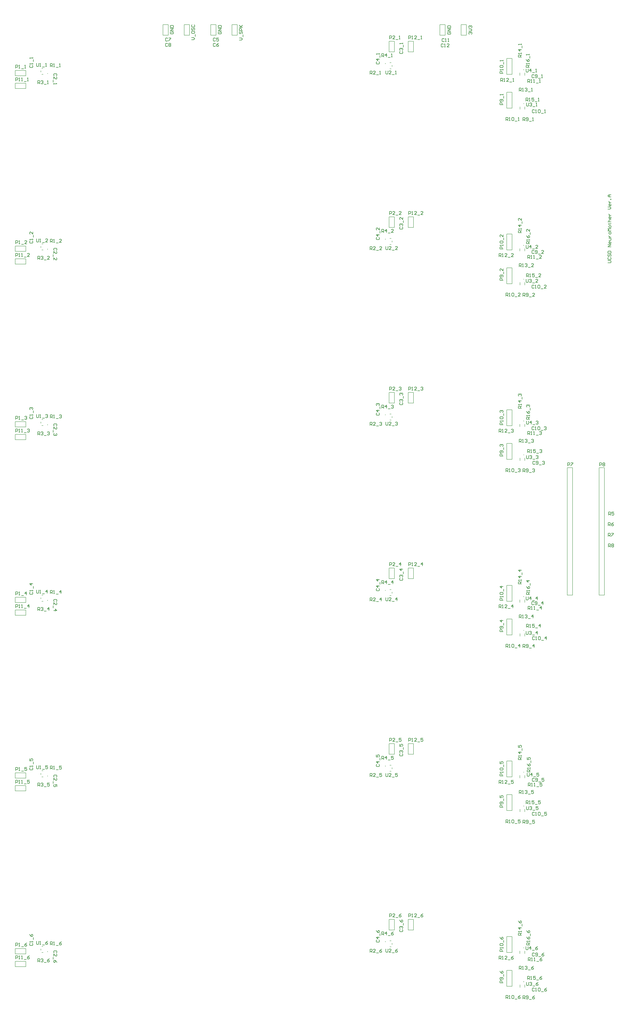
<source format=gbr>
%TF.GenerationSoftware,Altium Limited,Altium Designer,22.9.1 (49)*%
G04 Layer_Color=65535*
%FSLAX45Y45*%
%MOMM*%
%TF.SameCoordinates,19B3199C-24C9-4E42-A554-521A99F5088D*%
%TF.FilePolarity,Positive*%
%TF.FileFunction,Legend,Top*%
%TF.Part,Single*%
G01*
G75*
%TA.AperFunction,NonConductor*%
%ADD28C,0.20000*%
%ADD29C,0.12700*%
%ADD30C,0.25400*%
D28*
X4226100Y4918000D02*
G03*
X4226100Y4918000I-10000J0D01*
G01*
X27010199Y5100400D02*
G03*
X27010199Y5100400I-10000J0D01*
G01*
X27011700Y3480400D02*
G03*
X27011700Y3480400I-10000J0D01*
G01*
X20392300Y5394700D02*
G03*
X20392300Y5394700I-10000J0D01*
G01*
X4226100Y46918170D02*
G03*
X4226100Y46918170I-10000J0D01*
G01*
X20392300Y47394870D02*
G03*
X20392300Y47394870I-10000J0D01*
G01*
X27011700Y45480569D02*
G03*
X27011700Y45480569I-10000J0D01*
G01*
X27010199Y47100571D02*
G03*
X27010199Y47100571I-10000J0D01*
G01*
X4226100Y21718068D02*
G03*
X4226100Y21718068I-10000J0D01*
G01*
X20392300Y22194768D02*
G03*
X20392300Y22194768I-10000J0D01*
G01*
X27011700Y20280469D02*
G03*
X27011700Y20280469I-10000J0D01*
G01*
X27010199Y21900468D02*
G03*
X27010199Y21900468I-10000J0D01*
G01*
X4226100Y38518137D02*
G03*
X4226100Y38518137I-10000J0D01*
G01*
X20392300Y38994836D02*
G03*
X20392300Y38994836I-10000J0D01*
G01*
X27011700Y37080536D02*
G03*
X27011700Y37080536I-10000J0D01*
G01*
X27010199Y38700537D02*
G03*
X27010199Y38700537I-10000J0D01*
G01*
Y30300500D02*
G03*
X27010199Y30300500I-10000J0D01*
G01*
X27011700Y28680502D02*
G03*
X27011700Y28680502I-10000J0D01*
G01*
X20392300Y30594803D02*
G03*
X20392300Y30594803I-10000J0D01*
G01*
X4226100Y30118103D02*
G03*
X4226100Y30118103I-10000J0D01*
G01*
X27011700Y11880434D02*
G03*
X27011700Y11880434I-10000J0D01*
G01*
X27010199Y13500433D02*
G03*
X27010199Y13500433I-10000J0D01*
G01*
X20392300Y13794734D02*
G03*
X20392300Y13794734I-10000J0D01*
G01*
X4226100Y13318034D02*
G03*
X4226100Y13318034I-10000J0D01*
G01*
X22987000Y49263300D02*
X23241000D01*
Y48755301D02*
Y49263300D01*
X22987000Y48755301D02*
X23241000D01*
X22987000D02*
Y49263300D01*
X24003000D02*
X24257001D01*
Y48755301D02*
Y49263300D01*
X24003000Y48755301D02*
X24257001D01*
X24003000D02*
Y49263300D01*
X9740900Y48755301D02*
Y49263300D01*
Y48755301D02*
X9994900D01*
Y49263300D01*
X9740900D02*
X9994900D01*
X10756900Y48755301D02*
Y49263300D01*
Y48755301D02*
X11010900D01*
Y49263300D01*
X10756900D02*
X11010900D01*
X13042900Y48755301D02*
Y49263300D01*
Y48755301D02*
X13296899D01*
Y49263300D01*
X13042900D02*
X13296899D01*
X12026900Y48755301D02*
Y49263300D01*
Y48755301D02*
X12280900D01*
Y49263300D01*
X12026900D02*
X12280900D01*
X3175000Y12603734D02*
Y12857735D01*
X2667000Y12603734D02*
X3175000D01*
X2667000D02*
Y12857735D01*
X3175000D01*
Y4203700D02*
Y4457700D01*
X2667000Y4203700D02*
X3175000D01*
X2667000D02*
Y4457700D01*
X3175000D01*
X21475700Y6464300D02*
X21729700D01*
Y5956300D02*
Y6464300D01*
X21475700Y5956300D02*
X21729700D01*
X21475700D02*
Y6464300D01*
X26187399Y5638800D02*
X26441400D01*
Y4876800D02*
Y5638800D01*
X26187399Y4876800D02*
X26441400D01*
X26187399D02*
Y5638800D01*
Y4025900D02*
X26441400D01*
Y3263900D02*
Y4025900D01*
X26187399Y3263900D02*
X26441400D01*
X26187399D02*
Y4025900D01*
X20561301Y5956300D02*
Y6464300D01*
Y5956300D02*
X20815300D01*
Y6464300D01*
X20561301D02*
X20815300D01*
X2667000Y5067300D02*
X3175000D01*
X2667000Y4813300D02*
Y5067300D01*
Y4813300D02*
X3175000D01*
Y5067300D01*
Y46203870D02*
Y46457870D01*
X2667000Y46203870D02*
X3175000D01*
X2667000D02*
Y46457870D01*
X3175000D01*
X21475700Y48464471D02*
X21729700D01*
Y47956470D02*
Y48464471D01*
X21475700Y47956470D02*
X21729700D01*
X21475700D02*
Y48464471D01*
Y14864334D02*
X21729700D01*
Y14356334D02*
Y14864334D01*
X21475700Y14356334D02*
X21729700D01*
X21475700D02*
Y14864334D01*
Y23264368D02*
X21729700D01*
Y22756367D02*
Y23264368D01*
X21475700Y22756367D02*
X21729700D01*
X21475700D02*
Y23264368D01*
Y31664401D02*
X21729700D01*
Y31156403D02*
Y31664401D01*
X21475700Y31156403D02*
X21729700D01*
X21475700D02*
Y31664401D01*
Y40064435D02*
X21729700D01*
Y39556436D02*
Y40064435D01*
X21475700Y39556436D02*
X21729700D01*
X21475700D02*
Y40064435D01*
X3175000Y21003767D02*
Y21257768D01*
X2667000Y21003767D02*
X3175000D01*
X2667000D02*
Y21257768D01*
X3175000D01*
Y29403802D02*
Y29657803D01*
X2667000Y29403802D02*
X3175000D01*
X2667000D02*
Y29657803D01*
X3175000D01*
Y37803836D02*
Y38057837D01*
X2667000Y37803836D02*
X3175000D01*
X2667000D02*
Y38057837D01*
X3175000D01*
X26187399Y46026071D02*
X26441400D01*
Y45264069D02*
Y46026071D01*
X26187399Y45264069D02*
X26441400D01*
X26187399D02*
Y46026071D01*
Y47638971D02*
X26441400D01*
Y46876971D02*
Y47638971D01*
X26187399Y46876971D02*
X26441400D01*
X26187399D02*
Y47638971D01*
Y20825967D02*
X26441400D01*
Y20063968D02*
Y20825967D01*
X26187399Y20063968D02*
X26441400D01*
X26187399D02*
Y20825967D01*
Y22438869D02*
X26441400D01*
Y21676868D02*
Y22438869D01*
X26187399Y21676868D02*
X26441400D01*
X26187399D02*
Y22438869D01*
Y37626035D02*
X26441400D01*
Y36864035D02*
Y37626035D01*
X26187399Y36864035D02*
X26441400D01*
X26187399D02*
Y37626035D01*
Y39238937D02*
X26441400D01*
Y38476935D02*
Y39238937D01*
X26187399Y38476935D02*
X26441400D01*
X26187399D02*
Y39238937D01*
Y30076901D02*
Y30838901D01*
Y30076901D02*
X26441400D01*
Y30838901D01*
X26187399D02*
X26441400D01*
X26187399Y28464001D02*
Y29226001D01*
Y28464001D02*
X26441400D01*
Y29226001D01*
X26187399D02*
X26441400D01*
X20561301Y31664401D02*
X20815300D01*
Y31156403D02*
Y31664401D01*
X20561301Y31156403D02*
X20815300D01*
X20561301D02*
Y31664401D01*
X3175000Y30013403D02*
Y30267401D01*
X2667000Y30013403D02*
X3175000D01*
X2667000D02*
Y30267401D01*
X3175000D01*
X26187399Y13276834D02*
Y14038834D01*
Y13276834D02*
X26441400D01*
Y14038834D01*
X26187399D02*
X26441400D01*
X26187399Y11663934D02*
Y12425934D01*
Y11663934D02*
X26441400D01*
Y12425934D01*
X26187399D02*
X26441400D01*
X29337000Y21971001D02*
Y27876501D01*
Y28067001D01*
X29082999D02*
X29337000D01*
X29082999Y21971001D02*
Y28067001D01*
Y21971001D02*
X29337000D01*
X3175000Y13213335D02*
Y13467334D01*
X2667000Y13213335D02*
X3175000D01*
X2667000D02*
Y13467334D01*
X3175000D01*
X20561301Y14864334D02*
X20815300D01*
Y14356334D02*
Y14864334D01*
X20561301Y14356334D02*
X20815300D01*
X20561301D02*
Y14864334D01*
X30607001Y22161501D02*
Y28067001D01*
Y21971001D02*
Y22161501D01*
Y21971001D02*
X30860999D01*
Y28067001D01*
X30607001D02*
X30860999D01*
X20561301Y23264368D02*
X20815300D01*
Y22756367D02*
Y23264368D01*
X20561301Y22756367D02*
X20815300D01*
X20561301D02*
Y23264368D01*
Y40064435D02*
X20815300D01*
Y39556436D02*
Y40064435D01*
X20561301Y39556436D02*
X20815300D01*
X20561301D02*
Y40064435D01*
Y48464471D02*
X20815300D01*
Y47956470D02*
Y48464471D01*
X20561301Y47956470D02*
X20815300D01*
X20561301D02*
Y48464471D01*
X3175000Y21613368D02*
Y21867368D01*
X2667000Y21613368D02*
X3175000D01*
X2667000D02*
Y21867368D01*
X3175000D01*
Y38413437D02*
Y38667435D01*
X2667000Y38413437D02*
X3175000D01*
X2667000D02*
Y38667435D01*
X3175000D01*
Y46813470D02*
Y47067471D01*
X2667000Y46813470D02*
X3175000D01*
X2667000D02*
Y47067471D01*
X3175000D01*
D29*
X3942100Y4878000D02*
X4008100D01*
X3895100Y4989500D02*
Y5056500D01*
X3942100Y5168000D02*
X4008100D01*
X27052200Y4827900D02*
Y4952900D01*
X26818201Y4827900D02*
Y4952900D01*
X27053699Y3207900D02*
Y3332900D01*
X26819699Y3207900D02*
Y3332900D01*
X20590300Y5434700D02*
X20656300D01*
X20703300Y5256200D02*
Y5323200D01*
X20590300Y5144700D02*
X20656300D01*
X3942100Y46878171D02*
X4008100D01*
X3895100Y46989670D02*
Y47056671D01*
X3942100Y47168170D02*
X4008100D01*
X20590300Y47434869D02*
X20656300D01*
X20703300Y47256369D02*
Y47323370D01*
X20590300Y47144870D02*
X20656300D01*
X27053699Y45208069D02*
Y45333069D01*
X26819699Y45208069D02*
Y45333069D01*
X27052200Y46828070D02*
Y46953070D01*
X26818201Y46828070D02*
Y46953070D01*
X3942100Y21678069D02*
X4008100D01*
X3895100Y21789568D02*
Y21856567D01*
X3942100Y21968068D02*
X4008100D01*
X20590300Y22234769D02*
X20656300D01*
X20703300Y22056268D02*
Y22123268D01*
X20590300Y21944768D02*
X20656300D01*
X27053699Y20007968D02*
Y20132968D01*
X26819699Y20007968D02*
Y20132968D01*
X27052200Y21627968D02*
Y21752968D01*
X26818201Y21627968D02*
Y21752968D01*
X3942100Y38478137D02*
X4008100D01*
X3895100Y38589636D02*
Y38656635D01*
X3942100Y38768137D02*
X4008100D01*
X20590300Y39034836D02*
X20656300D01*
X20703300Y38856335D02*
Y38923337D01*
X20590300Y38744836D02*
X20656300D01*
X27053699Y36808035D02*
Y36933035D01*
X26819699Y36808035D02*
Y36933035D01*
X27052200Y38428036D02*
Y38553036D01*
X26818201Y38428036D02*
Y38553036D01*
Y30028003D02*
Y30153003D01*
X27052200Y30028003D02*
Y30153003D01*
X26819699Y28408002D02*
Y28533002D01*
X27053699Y28408002D02*
Y28533002D01*
X20590300Y30344803D02*
X20656300D01*
X20703300Y30456302D02*
Y30523303D01*
X20590300Y30634802D02*
X20656300D01*
X3942100Y30368103D02*
X4008100D01*
X3895100Y30189603D02*
Y30256601D01*
X3942100Y30078101D02*
X4008100D01*
X26819699Y11607934D02*
Y11732934D01*
X27053699Y11607934D02*
Y11732934D01*
X26818201Y13227934D02*
Y13352934D01*
X27052200Y13227934D02*
Y13352934D01*
X20590300Y13544734D02*
X20656300D01*
X20703300Y13656235D02*
Y13723235D01*
X20590300Y13834734D02*
X20656300D01*
X3942100Y13568034D02*
X4008100D01*
X3895100Y13389534D02*
Y13456534D01*
X3942100Y13278033D02*
X4008100D01*
D30*
X23152129Y48323483D02*
X23126736Y48348874D01*
X23075954D01*
X23050562Y48323483D01*
Y48221918D01*
X23075954Y48196524D01*
X23126736D01*
X23152129Y48221918D01*
X23202911Y48196524D02*
X23253696D01*
X23228304D01*
Y48348874D01*
X23202911Y48323483D01*
X23431439Y48196524D02*
X23329871D01*
X23431439Y48298093D01*
Y48323483D01*
X23406047Y48348874D01*
X23355263D01*
X23329871Y48323483D01*
X23189021Y48577484D02*
X23163629Y48602875D01*
X23112845D01*
X23087453Y48577484D01*
Y48475916D01*
X23112845Y48450525D01*
X23163629D01*
X23189021Y48475916D01*
X23239804Y48450525D02*
X23290588D01*
X23265196D01*
Y48602875D01*
X23239804Y48577484D01*
X23366763Y48450525D02*
X23417548D01*
X23392155D01*
Y48602875D01*
X23366763Y48577484D01*
X24396741Y48806100D02*
X24371349Y48831491D01*
Y48882275D01*
X24396741Y48907666D01*
X24422133D01*
X24447525Y48882275D01*
Y48856882D01*
Y48882275D01*
X24472917Y48907666D01*
X24498308D01*
X24523700Y48882275D01*
Y48831491D01*
X24498308Y48806100D01*
X24371349Y48958450D02*
X24472917D01*
X24523700Y49009235D01*
X24472917Y49060019D01*
X24371349D01*
X24396741Y49110800D02*
X24371349Y49136194D01*
Y49186978D01*
X24396741Y49212369D01*
X24422133D01*
X24447525Y49186978D01*
Y49161584D01*
Y49186978D01*
X24472917Y49212369D01*
X24498308D01*
X24523700Y49186978D01*
Y49136194D01*
X24498308Y49110800D01*
X23380740Y48907666D02*
X23355350Y48882275D01*
Y48831491D01*
X23380740Y48806100D01*
X23482307D01*
X23507700Y48831491D01*
Y48882275D01*
X23482307Y48907666D01*
X23431525D01*
Y48856882D01*
X23507700Y48958450D02*
X23355350D01*
X23507700Y49060019D01*
X23355350D01*
Y49110800D02*
X23507700D01*
Y49186978D01*
X23482307Y49212369D01*
X23380740D01*
X23355350Y49186978D01*
Y49110800D01*
X11099857Y48539401D02*
X11201425D01*
X11252208Y48590182D01*
X11201425Y48640967D01*
X11099857D01*
X11277600Y48691751D02*
Y48793317D01*
X11099857Y48920276D02*
Y48869492D01*
X11125249Y48844101D01*
X11226816D01*
X11252208Y48869492D01*
Y48920276D01*
X11226816Y48945670D01*
X11125249D01*
X11099857Y48920276D01*
X11125249Y49098019D02*
X11099857Y49072629D01*
Y49021844D01*
X11125249Y48996451D01*
X11150641D01*
X11176033Y49021844D01*
Y49072629D01*
X11201425Y49098019D01*
X11226816D01*
X11252208Y49072629D01*
Y49021844D01*
X11226816Y48996451D01*
X11125249Y49250369D02*
X11099857Y49224979D01*
Y49174194D01*
X11125249Y49148804D01*
X11226816D01*
X11252208Y49174194D01*
Y49224979D01*
X11226816Y49250369D01*
X10109241Y48920367D02*
X10083849Y48894974D01*
Y48844193D01*
X10109241Y48818799D01*
X10210808D01*
X10236200Y48844193D01*
Y48894974D01*
X10210808Y48920367D01*
X10160025D01*
Y48869583D01*
X10236200Y48971152D02*
X10083849D01*
X10236200Y49072717D01*
X10083849D01*
Y49123502D02*
X10236200D01*
Y49199677D01*
X10210808Y49225070D01*
X10109241D01*
X10083849Y49199677D01*
Y49123502D01*
X13385857Y48526700D02*
X13487425D01*
X13538208Y48577484D01*
X13487425Y48628268D01*
X13385857D01*
X13563600Y48679050D02*
Y48780618D01*
X13411249Y48932968D02*
X13385857Y48907578D01*
Y48856793D01*
X13411249Y48831400D01*
X13436641D01*
X13462033Y48856793D01*
Y48907578D01*
X13487425Y48932968D01*
X13512816D01*
X13538208Y48907578D01*
Y48856793D01*
X13512816Y48831400D01*
X13538208Y48983752D02*
X13385857D01*
Y49059927D01*
X13411249Y49085318D01*
X13462033D01*
X13487425Y49059927D01*
Y48983752D01*
X13385857Y49136102D02*
X13538208D01*
X13487425D01*
X13385857Y49237671D01*
X13462033Y49161496D01*
X13538208Y49237671D01*
X12407941Y48920367D02*
X12382549Y48894974D01*
Y48844193D01*
X12407941Y48818799D01*
X12509508D01*
X12534900Y48844193D01*
Y48894974D01*
X12509508Y48920367D01*
X12458725D01*
Y48869583D01*
X12534900Y48971152D02*
X12382549D01*
X12534900Y49072717D01*
X12382549D01*
Y49123502D02*
X12534900D01*
Y49199677D01*
X12509508Y49225070D01*
X12407941D01*
X12382549Y49199677D01*
Y49123502D01*
X31026151Y37871399D02*
X31153107D01*
X31178500Y37896793D01*
Y37947574D01*
X31153107Y37972968D01*
X31026151D01*
X31051541Y38125317D02*
X31026151Y38099927D01*
Y38049142D01*
X31051541Y38023752D01*
X31153107D01*
X31178500Y38049142D01*
Y38099927D01*
X31153107Y38125317D01*
X31051541Y38277670D02*
X31026151Y38252277D01*
Y38201492D01*
X31051541Y38176102D01*
X31076932D01*
X31102325Y38201492D01*
Y38252277D01*
X31127716Y38277670D01*
X31153107D01*
X31178500Y38252277D01*
Y38201492D01*
X31153107Y38176102D01*
X31026151Y38328452D02*
X31178500D01*
Y38404630D01*
X31153107Y38430020D01*
X31051541D01*
X31026151Y38404630D01*
Y38328452D01*
X31178500Y38633154D02*
X31026151D01*
X31178500Y38734720D01*
X31026151D01*
X31178500Y38861679D02*
Y38810895D01*
X31153107Y38785504D01*
X31102325D01*
X31076932Y38810895D01*
Y38861679D01*
X31102325Y38887073D01*
X31127716D01*
Y38785504D01*
X31076932Y38937854D02*
X31153107D01*
X31178500Y38963248D01*
Y39039423D01*
X31076932D01*
Y39090207D02*
X31178500D01*
X31127716D01*
X31102325Y39115598D01*
X31076932Y39140988D01*
Y39166382D01*
X31178500Y39267947D02*
Y39318732D01*
X31153107Y39344125D01*
X31102325D01*
X31076932Y39318732D01*
Y39267947D01*
X31102325Y39242557D01*
X31153107D01*
X31178500Y39267947D01*
Y39394907D02*
X31026151D01*
X31076932Y39445691D01*
X31026151Y39496475D01*
X31178500D01*
Y39572650D02*
Y39623434D01*
X31153107Y39648825D01*
X31102325D01*
X31076932Y39623434D01*
Y39572650D01*
X31102325Y39547260D01*
X31153107D01*
X31178500Y39572650D01*
X31051541Y39725000D02*
X31076932D01*
Y39699609D01*
Y39750391D01*
Y39725000D01*
X31153107D01*
X31178500Y39750391D01*
X31026151Y39826569D02*
X31178500D01*
X31102325D01*
X31076932Y39851959D01*
Y39902744D01*
X31102325Y39928134D01*
X31178500D01*
Y40055093D02*
Y40004309D01*
X31153107Y39978918D01*
X31102325D01*
X31076932Y40004309D01*
Y40055093D01*
X31102325Y40080484D01*
X31127716D01*
Y39978918D01*
X31076932Y40131268D02*
X31178500D01*
X31127716D01*
X31102325Y40156662D01*
X31076932Y40182053D01*
Y40207443D01*
X31026151Y40435971D02*
X31127716D01*
X31178500Y40486755D01*
X31127716Y40537537D01*
X31026151D01*
X31178500Y40664496D02*
Y40613712D01*
X31153107Y40588321D01*
X31102325D01*
X31076932Y40613712D01*
Y40664496D01*
X31102325Y40689886D01*
X31127716D01*
Y40588321D01*
X31076932Y40740671D02*
X31178500D01*
X31127716D01*
X31102325Y40766064D01*
X31076932Y40791455D01*
Y40816846D01*
X31178500Y40893024D02*
X31153107D01*
Y40918414D01*
X31178500D01*
Y40893024D01*
Y41019980D02*
X31076932D01*
X31026151Y41070764D01*
X31076932Y41121548D01*
X31178500D01*
X31102325D01*
Y41019980D01*
X27508279Y3162279D02*
X27482886Y3187671D01*
X27432104D01*
X27406711Y3162279D01*
Y3060712D01*
X27432104Y3035321D01*
X27482886D01*
X27508279Y3060712D01*
X27559061Y3035321D02*
X27609845D01*
X27584454D01*
Y3187671D01*
X27559061Y3162279D01*
X27686020D02*
X27711411Y3187671D01*
X27762195D01*
X27787589Y3162279D01*
Y3060712D01*
X27762195Y3035321D01*
X27711411D01*
X27686020Y3060712D01*
Y3162279D01*
X27838370Y3009929D02*
X27939938D01*
X28092288Y3187671D02*
X28041507Y3162279D01*
X27990723Y3111496D01*
Y3060712D01*
X28016113Y3035321D01*
X28066898D01*
X28092288Y3060712D01*
Y3086104D01*
X28066898Y3111496D01*
X27990723D01*
X27508279Y11569679D02*
X27482886Y11595071D01*
X27432104D01*
X27406711Y11569679D01*
Y11468112D01*
X27432104Y11442721D01*
X27482886D01*
X27508279Y11468112D01*
X27559061Y11442721D02*
X27609845D01*
X27584454D01*
Y11595071D01*
X27559061Y11569679D01*
X27686020D02*
X27711411Y11595071D01*
X27762195D01*
X27787589Y11569679D01*
Y11468112D01*
X27762195Y11442721D01*
X27711411D01*
X27686020Y11468112D01*
Y11569679D01*
X27838370Y11417329D02*
X27939938D01*
X28092288Y11595071D02*
X27990723D01*
Y11518896D01*
X28041507Y11544288D01*
X28066898D01*
X28092288Y11518896D01*
Y11468112D01*
X28066898Y11442721D01*
X28016113D01*
X27990723Y11468112D01*
X27520978Y19964378D02*
X27495587Y19989771D01*
X27444803D01*
X27419412Y19964378D01*
Y19862811D01*
X27444803Y19837421D01*
X27495587D01*
X27520978Y19862811D01*
X27571762Y19837421D02*
X27622546D01*
X27597153D01*
Y19989771D01*
X27571762Y19964378D01*
X27698721D02*
X27724112Y19989771D01*
X27774896D01*
X27800287Y19964378D01*
Y19862811D01*
X27774896Y19837421D01*
X27724112D01*
X27698721Y19862811D01*
Y19964378D01*
X27851071Y19812029D02*
X27952640D01*
X28079596Y19837421D02*
Y19989771D01*
X28003421Y19913596D01*
X28104990D01*
X27495578Y30010080D02*
X27470187Y30035471D01*
X27419403D01*
X27394012Y30010080D01*
Y29908511D01*
X27419403Y29883121D01*
X27470187D01*
X27495578Y29908511D01*
X27546362Y29883121D02*
X27597144D01*
X27571753D01*
Y30035471D01*
X27546362Y30010080D01*
X27673322D02*
X27698712Y30035471D01*
X27749496D01*
X27774887Y30010080D01*
Y29908511D01*
X27749496Y29883121D01*
X27698712D01*
X27673322Y29908511D01*
Y30010080D01*
X27825671Y29857730D02*
X27927240D01*
X27978021Y30010080D02*
X28003415Y30035471D01*
X28054196D01*
X28079590Y30010080D01*
Y29984689D01*
X28054196Y29959296D01*
X28028806D01*
X28054196D01*
X28079590Y29933905D01*
Y29908511D01*
X28054196Y29883121D01*
X28003415D01*
X27978021Y29908511D01*
X27495578Y36779178D02*
X27470187Y36804572D01*
X27419403D01*
X27394012Y36779178D01*
Y36677612D01*
X27419403Y36652222D01*
X27470187D01*
X27495578Y36677612D01*
X27546362Y36652222D02*
X27597144D01*
X27571753D01*
Y36804572D01*
X27546362Y36779178D01*
X27673322D02*
X27698712Y36804572D01*
X27749496D01*
X27774887Y36779178D01*
Y36677612D01*
X27749496Y36652222D01*
X27698712D01*
X27673322Y36677612D01*
Y36779178D01*
X27825671Y36626828D02*
X27927240D01*
X28079590Y36652222D02*
X27978021D01*
X28079590Y36753787D01*
Y36779178D01*
X28054196Y36804572D01*
X28003415D01*
X27978021Y36779178D01*
X27508270Y45173880D02*
X27482877Y45199271D01*
X27432095D01*
X27406702Y45173880D01*
Y45072311D01*
X27432095Y45046921D01*
X27482877D01*
X27508270Y45072311D01*
X27559055Y45046921D02*
X27609836D01*
X27584445D01*
Y45199271D01*
X27559055Y45173880D01*
X27686011D02*
X27711404Y45199271D01*
X27762189D01*
X27787579Y45173880D01*
Y45072311D01*
X27762189Y45046921D01*
X27711404D01*
X27686011Y45072311D01*
Y45173880D01*
X27838364Y45021530D02*
X27939929D01*
X27990714Y45046921D02*
X28041498D01*
X28016107D01*
Y45199271D01*
X27990714Y45173880D01*
X27508258Y4838679D02*
X27482867Y4864071D01*
X27432083D01*
X27406689Y4838679D01*
Y4737112D01*
X27432083Y4711721D01*
X27482867D01*
X27508258Y4737112D01*
X27559042D02*
X27584433Y4711721D01*
X27635217D01*
X27660608Y4737112D01*
Y4838679D01*
X27635217Y4864071D01*
X27584433D01*
X27559042Y4838679D01*
Y4813288D01*
X27584433Y4787896D01*
X27660608D01*
X27711392Y4686329D02*
X27812958D01*
X27965311Y4864071D02*
X27914526Y4838679D01*
X27863742Y4787896D01*
Y4737112D01*
X27889133Y4711721D01*
X27939917D01*
X27965311Y4737112D01*
Y4762504D01*
X27939917Y4787896D01*
X27863742D01*
X27508258Y13195279D02*
X27482867Y13220671D01*
X27432083D01*
X27406689Y13195279D01*
Y13093712D01*
X27432083Y13068321D01*
X27482867D01*
X27508258Y13093712D01*
X27559042D02*
X27584433Y13068321D01*
X27635217D01*
X27660608Y13093712D01*
Y13195279D01*
X27635217Y13220671D01*
X27584433D01*
X27559042Y13195279D01*
Y13169888D01*
X27584433Y13144496D01*
X27660608D01*
X27711392Y13042929D02*
X27812958D01*
X27965311Y13220671D02*
X27863742D01*
Y13144496D01*
X27914526Y13169888D01*
X27939917D01*
X27965311Y13144496D01*
Y13093712D01*
X27939917Y13068321D01*
X27889133D01*
X27863742Y13093712D01*
X27482858Y21640779D02*
X27457465Y21666171D01*
X27406683D01*
X27381290Y21640779D01*
Y21539212D01*
X27406683Y21513821D01*
X27457465D01*
X27482858Y21539212D01*
X27533640D02*
X27559033Y21513821D01*
X27609818D01*
X27635208Y21539212D01*
Y21640779D01*
X27609818Y21666171D01*
X27559033D01*
X27533640Y21640779D01*
Y21615388D01*
X27559033Y21589996D01*
X27635208D01*
X27685992Y21488429D02*
X27787558D01*
X27914517Y21513821D02*
Y21666171D01*
X27838342Y21589996D01*
X27939911D01*
X27533658Y28359079D02*
X27508267Y28384470D01*
X27457483D01*
X27432089Y28359079D01*
Y28257513D01*
X27457483Y28232120D01*
X27508267D01*
X27533658Y28257513D01*
X27584442D02*
X27609833Y28232120D01*
X27660617D01*
X27686008Y28257513D01*
Y28359079D01*
X27660617Y28384470D01*
X27609833D01*
X27584442Y28359079D01*
Y28333688D01*
X27609833Y28308295D01*
X27686008D01*
X27736792Y28206729D02*
X27838358D01*
X27889142Y28359079D02*
X27914536Y28384470D01*
X27965317D01*
X27990710Y28359079D01*
Y28333688D01*
X27965317Y28308295D01*
X27939926D01*
X27965317D01*
X27990710Y28282904D01*
Y28257513D01*
X27965317Y28232120D01*
X27914536D01*
X27889142Y28257513D01*
X27495557Y38442880D02*
X27470166Y38468271D01*
X27419382D01*
X27393991Y38442880D01*
Y38341312D01*
X27419382Y38315921D01*
X27470166D01*
X27495557Y38341312D01*
X27546341D02*
X27571732Y38315921D01*
X27622516D01*
X27647906Y38341312D01*
Y38442880D01*
X27622516Y38468271D01*
X27571732D01*
X27546341Y38442880D01*
Y38417487D01*
X27571732Y38392096D01*
X27647906D01*
X27698691Y38290530D02*
X27800259D01*
X27952609Y38315921D02*
X27851044D01*
X27952609Y38417487D01*
Y38442880D01*
X27927219Y38468271D01*
X27876434D01*
X27851044Y38442880D01*
X27495551Y46850278D02*
X27470157Y46875671D01*
X27419373D01*
X27393982Y46850278D01*
Y46748712D01*
X27419373Y46723322D01*
X27470157D01*
X27495551Y46748712D01*
X27546332D02*
X27571725Y46723322D01*
X27622507D01*
X27647900Y46748712D01*
Y46850278D01*
X27622507Y46875671D01*
X27571725D01*
X27546332Y46850278D01*
Y46824887D01*
X27571725Y46799496D01*
X27647900D01*
X27698685Y46697928D02*
X27800250D01*
X27851035Y46723322D02*
X27901819D01*
X27876425D01*
Y46875671D01*
X27851035Y46850278D01*
X26149411Y36273657D02*
Y36426007D01*
X26225586D01*
X26250977Y36400616D01*
Y36349832D01*
X26225586Y36324438D01*
X26149411D01*
X26200195D02*
X26250977Y36273657D01*
X26301761D02*
X26352545D01*
X26327155D01*
Y36426007D01*
X26301761Y36400616D01*
X26428720D02*
X26454114Y36426007D01*
X26504895D01*
X26530289Y36400616D01*
Y36299048D01*
X26504895Y36273657D01*
X26454114D01*
X26428720Y36299048D01*
Y36400616D01*
X26581073Y36248264D02*
X26682639D01*
X26834991Y36273657D02*
X26733423D01*
X26834991Y36375223D01*
Y36400616D01*
X26809598Y36426007D01*
X26758813D01*
X26733423Y36400616D01*
X2682240Y4569460D02*
Y4721811D01*
X2758415D01*
X2783807Y4696419D01*
Y4645635D01*
X2758415Y4620243D01*
X2682240D01*
X2834591Y4569460D02*
X2885374D01*
X2859983D01*
Y4721811D01*
X2834591Y4696419D01*
X2961550Y4569460D02*
X3012333D01*
X2986941D01*
Y4721811D01*
X2961550Y4696419D01*
X3088508Y4544068D02*
X3190076D01*
X3342426Y4721811D02*
X3291643Y4696419D01*
X3240859Y4645635D01*
Y4594852D01*
X3266251Y4569460D01*
X3317035D01*
X3342426Y4594852D01*
Y4620243D01*
X3317035Y4645635D01*
X3240859D01*
X21490939Y6576060D02*
Y6728411D01*
X21567114D01*
X21592506Y6703019D01*
Y6652235D01*
X21567114Y6626843D01*
X21490939D01*
X21643291Y6576060D02*
X21694073D01*
X21668683D01*
Y6728411D01*
X21643291Y6703019D01*
X21871817Y6576060D02*
X21770250D01*
X21871817Y6677627D01*
Y6703019D01*
X21846425Y6728411D01*
X21795641D01*
X21770250Y6703019D01*
X21922600Y6550668D02*
X22024168D01*
X22176518Y6728411D02*
X22125735Y6703019D01*
X22074951Y6652235D01*
Y6601452D01*
X22100343Y6576060D01*
X22151126D01*
X22176518Y6601452D01*
Y6626843D01*
X22151126Y6652235D01*
X22074951D01*
X21490939Y14976094D02*
Y15128445D01*
X21567114D01*
X21592506Y15103053D01*
Y15052269D01*
X21567114Y15026877D01*
X21490939D01*
X21643291Y14976094D02*
X21694073D01*
X21668683D01*
Y15128445D01*
X21643291Y15103053D01*
X21871817Y14976094D02*
X21770250D01*
X21871817Y15077661D01*
Y15103053D01*
X21846425Y15128445D01*
X21795641D01*
X21770250Y15103053D01*
X21922600Y14950702D02*
X22024168D01*
X22176518Y15128445D02*
X22074951D01*
Y15052269D01*
X22125735Y15077661D01*
X22151126D01*
X22176518Y15052269D01*
Y15001486D01*
X22151126Y14976094D01*
X22100343D01*
X22074951Y15001486D01*
X21490939Y23376128D02*
Y23528479D01*
X21567114D01*
X21592506Y23503087D01*
Y23452303D01*
X21567114Y23426910D01*
X21490939D01*
X21643291Y23376128D02*
X21694073D01*
X21668683D01*
Y23528479D01*
X21643291Y23503087D01*
X21871817Y23376128D02*
X21770250D01*
X21871817Y23477695D01*
Y23503087D01*
X21846425Y23528479D01*
X21795641D01*
X21770250Y23503087D01*
X21922600Y23350735D02*
X22024168D01*
X22151126Y23376128D02*
Y23528479D01*
X22074951Y23452303D01*
X22176518D01*
X21490939Y31776163D02*
Y31928513D01*
X21567114D01*
X21592506Y31903122D01*
Y31852338D01*
X21567114Y31826944D01*
X21490939D01*
X21643291Y31776163D02*
X21694073D01*
X21668683D01*
Y31928513D01*
X21643291Y31903122D01*
X21871817Y31776163D02*
X21770250D01*
X21871817Y31877728D01*
Y31903122D01*
X21846425Y31928513D01*
X21795641D01*
X21770250Y31903122D01*
X21922600Y31750769D02*
X22024168D01*
X22074951Y31903122D02*
X22100343Y31928513D01*
X22151126D01*
X22176518Y31903122D01*
Y31877728D01*
X22151126Y31852338D01*
X22125735D01*
X22151126D01*
X22176518Y31826944D01*
Y31801553D01*
X22151126Y31776163D01*
X22100343D01*
X22074951Y31801553D01*
X21490939Y40176196D02*
Y40328546D01*
X21567114D01*
X21592506Y40303156D01*
Y40252371D01*
X21567114Y40226978D01*
X21490939D01*
X21643291Y40176196D02*
X21694073D01*
X21668683D01*
Y40328546D01*
X21643291Y40303156D01*
X21871817Y40176196D02*
X21770250D01*
X21871817Y40277762D01*
Y40303156D01*
X21846425Y40328546D01*
X21795641D01*
X21770250Y40303156D01*
X21922600Y40150803D02*
X22024168D01*
X22176518Y40176196D02*
X22074951D01*
X22176518Y40277762D01*
Y40303156D01*
X22151126Y40328546D01*
X22100343D01*
X22074951Y40303156D01*
X21490939Y48576230D02*
Y48728580D01*
X21567114D01*
X21592506Y48703189D01*
Y48652405D01*
X21567114Y48627014D01*
X21490939D01*
X21643291Y48576230D02*
X21694073D01*
X21668683D01*
Y48728580D01*
X21643291Y48703189D01*
X21871817Y48576230D02*
X21770250D01*
X21871817Y48677798D01*
Y48703189D01*
X21846425Y48728580D01*
X21795641D01*
X21770250Y48703189D01*
X21922600Y48550839D02*
X22024168D01*
X22074951Y48576230D02*
X22125735D01*
X22100343D01*
Y48728580D01*
X22074951Y48703189D01*
X2682240Y12969495D02*
Y13121844D01*
X2758415D01*
X2783807Y13096452D01*
Y13045670D01*
X2758415Y13020277D01*
X2682240D01*
X2834591Y12969495D02*
X2885374D01*
X2859983D01*
Y13121844D01*
X2834591Y13096452D01*
X2961550Y12969495D02*
X3012333D01*
X2986941D01*
Y13121844D01*
X2961550Y13096452D01*
X3088508Y12944102D02*
X3190076D01*
X3342426Y13121844D02*
X3240859D01*
Y13045670D01*
X3291643Y13071062D01*
X3317035D01*
X3342426Y13045670D01*
Y12994885D01*
X3317035Y12969495D01*
X3266251D01*
X3240859Y12994885D01*
X2682240Y21369528D02*
Y21521880D01*
X2758415D01*
X2783807Y21496487D01*
Y21445703D01*
X2758415Y21420311D01*
X2682240D01*
X2834591Y21369528D02*
X2885374D01*
X2859983D01*
Y21521880D01*
X2834591Y21496487D01*
X2961550Y21369528D02*
X3012333D01*
X2986941D01*
Y21521880D01*
X2961550Y21496487D01*
X3088508Y21344136D02*
X3190076D01*
X3317035Y21369528D02*
Y21521880D01*
X3240859Y21445703D01*
X3342426D01*
X2682240Y29769562D02*
Y29921912D01*
X2758415D01*
X2783807Y29896521D01*
Y29845737D01*
X2758415Y29820346D01*
X2682240D01*
X2834591Y29769562D02*
X2885374D01*
X2859983D01*
Y29921912D01*
X2834591Y29896521D01*
X2961550Y29769562D02*
X3012333D01*
X2986941D01*
Y29921912D01*
X2961550Y29896521D01*
X3088508Y29744171D02*
X3190076D01*
X3240859Y29896521D02*
X3266251Y29921912D01*
X3317035D01*
X3342426Y29896521D01*
Y29871130D01*
X3317035Y29845737D01*
X3291643D01*
X3317035D01*
X3342426Y29820346D01*
Y29794955D01*
X3317035Y29769562D01*
X3266251D01*
X3240859Y29794955D01*
X2682240Y38169595D02*
Y38321948D01*
X2758415D01*
X2783807Y38296555D01*
Y38245770D01*
X2758415Y38220380D01*
X2682240D01*
X2834591Y38169595D02*
X2885374D01*
X2859983D01*
Y38321948D01*
X2834591Y38296555D01*
X2961550Y38169595D02*
X3012333D01*
X2986941D01*
Y38321948D01*
X2961550Y38296555D01*
X3088508Y38144205D02*
X3190076D01*
X3342426Y38169595D02*
X3240859D01*
X3342426Y38271164D01*
Y38296555D01*
X3317035Y38321948D01*
X3266251D01*
X3240859Y38296555D01*
X2682240Y46569629D02*
Y46721982D01*
X2758415D01*
X2783807Y46696588D01*
Y46645804D01*
X2758415Y46620413D01*
X2682240D01*
X2834591Y46569629D02*
X2885374D01*
X2859983D01*
Y46721982D01*
X2834591Y46696588D01*
X2961550Y46569629D02*
X3012333D01*
X2986941D01*
Y46721982D01*
X2961550Y46696588D01*
X3088508Y46544238D02*
X3190076D01*
X3240859Y46569629D02*
X3291643D01*
X3266251D01*
Y46721982D01*
X3240859Y46696588D01*
X9956808Y48348883D02*
X9931417Y48374274D01*
X9880633D01*
X9855241Y48348883D01*
Y48247318D01*
X9880633Y48221924D01*
X9931417D01*
X9956808Y48247318D01*
X10007592Y48348883D02*
X10032984Y48374274D01*
X10083767D01*
X10109159Y48348883D01*
Y48323492D01*
X10083767Y48298099D01*
X10109159Y48272708D01*
Y48247318D01*
X10083767Y48221924D01*
X10032984D01*
X10007592Y48247318D01*
Y48272708D01*
X10032984Y48298099D01*
X10007592Y48323492D01*
Y48348883D01*
X10032984Y48298099D02*
X10083767D01*
X9956808Y48602884D02*
X9931417Y48628275D01*
X9880633D01*
X9855241Y48602884D01*
Y48501318D01*
X9880633Y48475925D01*
X9931417D01*
X9956808Y48501318D01*
X10007592Y48628275D02*
X10109159D01*
Y48602884D01*
X10007592Y48501318D01*
Y48475925D01*
X12242808Y48348883D02*
X12217417Y48374274D01*
X12166633D01*
X12141241Y48348883D01*
Y48247318D01*
X12166633Y48221924D01*
X12217417D01*
X12242808Y48247318D01*
X12395159Y48374274D02*
X12344375Y48348883D01*
X12293592Y48298099D01*
Y48247318D01*
X12318984Y48221924D01*
X12369767D01*
X12395159Y48247318D01*
Y48272708D01*
X12369767Y48298099D01*
X12293592D01*
X12242808Y48602884D02*
X12217417Y48628275D01*
X12166633D01*
X12141241Y48602884D01*
Y48501318D01*
X12166633Y48475925D01*
X12217417D01*
X12242808Y48501318D01*
X12395159Y48628275D02*
X12293592D01*
Y48552100D01*
X12344375Y48577493D01*
X12369767D01*
X12395159Y48552100D01*
Y48501318D01*
X12369767Y48475925D01*
X12318984D01*
X12293592Y48501318D01*
X27101889Y5168871D02*
Y5041912D01*
X27127283Y5016521D01*
X27178067D01*
X27203458Y5041912D01*
Y5168871D01*
X27330417Y5016521D02*
Y5168871D01*
X27254242Y5092696D01*
X27355807D01*
X27406592Y4991129D02*
X27508160D01*
X27660510Y5168871D02*
X27609726Y5143479D01*
X27558942Y5092696D01*
Y5041912D01*
X27584335Y5016521D01*
X27635117D01*
X27660510Y5041912D01*
Y5067304D01*
X27635117Y5092696D01*
X27558942D01*
X27165390Y13461971D02*
Y13335011D01*
X27190781Y13309621D01*
X27241565D01*
X27266959Y13335011D01*
Y13461971D01*
X27393918Y13309621D02*
Y13461971D01*
X27317740Y13385796D01*
X27419308D01*
X27470093Y13284229D02*
X27571658D01*
X27724011Y13461971D02*
X27622443D01*
Y13385796D01*
X27673227Y13411188D01*
X27698618D01*
X27724011Y13385796D01*
Y13335011D01*
X27698618Y13309621D01*
X27647833D01*
X27622443Y13335011D01*
X27114590Y21894771D02*
Y21767812D01*
X27139981Y21742421D01*
X27190765D01*
X27216159Y21767812D01*
Y21894771D01*
X27343118Y21742421D02*
Y21894771D01*
X27266940Y21818596D01*
X27368509D01*
X27419293Y21717029D02*
X27520859D01*
X27647818Y21742421D02*
Y21894771D01*
X27571643Y21818596D01*
X27673209D01*
X27127289Y30302170D02*
Y30175211D01*
X27152682Y30149820D01*
X27203467D01*
X27228857Y30175211D01*
Y30302170D01*
X27355817Y30149820D02*
Y30302170D01*
X27279642Y30225995D01*
X27381207D01*
X27431992Y30124429D02*
X27533560D01*
X27584344Y30276779D02*
X27609735Y30302170D01*
X27660519D01*
X27685910Y30276779D01*
Y30251389D01*
X27660519Y30225995D01*
X27635126D01*
X27660519D01*
X27685910Y30200604D01*
Y30175211D01*
X27660519Y30149820D01*
X27609735D01*
X27584344Y30175211D01*
X27114590Y38709570D02*
Y38582611D01*
X27139981Y38557220D01*
X27190765D01*
X27216159Y38582611D01*
Y38709570D01*
X27343118Y38557220D02*
Y38709570D01*
X27266940Y38633395D01*
X27368509D01*
X27419293Y38531830D02*
X27520859D01*
X27673209Y38557220D02*
X27571643D01*
X27673209Y38658789D01*
Y38684180D01*
X27647818Y38709570D01*
X27597034D01*
X27571643Y38684180D01*
X27114581Y47142371D02*
Y47015411D01*
X27139975Y46990021D01*
X27190759D01*
X27216150Y47015411D01*
Y47142371D01*
X27343109Y46990021D02*
Y47142371D01*
X27266934Y47066196D01*
X27368500D01*
X27419284Y46964630D02*
X27520850D01*
X27571634Y46990021D02*
X27622418D01*
X27597025D01*
Y47142371D01*
X27571634Y47116980D01*
X27127289Y3454371D02*
Y3327412D01*
X27152682Y3302021D01*
X27203467D01*
X27228857Y3327412D01*
Y3454371D01*
X27279642Y3428979D02*
X27305032Y3454371D01*
X27355817D01*
X27381207Y3428979D01*
Y3403588D01*
X27355817Y3378196D01*
X27330426D01*
X27355817D01*
X27381207Y3352804D01*
Y3327412D01*
X27355817Y3302021D01*
X27305032D01*
X27279642Y3327412D01*
X27431992Y3276629D02*
X27533560D01*
X27685910Y3454371D02*
X27635126Y3428979D01*
X27584344Y3378196D01*
Y3327412D01*
X27609735Y3302021D01*
X27660519D01*
X27685910Y3327412D01*
Y3352804D01*
X27660519Y3378196D01*
X27584344D01*
X27127289Y11861771D02*
Y11734812D01*
X27152682Y11709421D01*
X27203467D01*
X27228857Y11734812D01*
Y11861771D01*
X27279642Y11836379D02*
X27305032Y11861771D01*
X27355817D01*
X27381207Y11836379D01*
Y11810988D01*
X27355817Y11785596D01*
X27330426D01*
X27355817D01*
X27381207Y11760204D01*
Y11734812D01*
X27355817Y11709421D01*
X27305032D01*
X27279642Y11734812D01*
X27431992Y11684029D02*
X27533560D01*
X27685910Y11861771D02*
X27584344D01*
Y11785596D01*
X27635126Y11810988D01*
X27660519D01*
X27685910Y11785596D01*
Y11734812D01*
X27660519Y11709421D01*
X27609735D01*
X27584344Y11734812D01*
X27114590Y20243771D02*
Y20116812D01*
X27139981Y20091422D01*
X27190765D01*
X27216159Y20116812D01*
Y20243771D01*
X27266940Y20218379D02*
X27292334Y20243771D01*
X27343118D01*
X27368509Y20218379D01*
Y20192989D01*
X27343118Y20167596D01*
X27317725D01*
X27343118D01*
X27368509Y20142204D01*
Y20116812D01*
X27343118Y20091422D01*
X27292334D01*
X27266940Y20116812D01*
X27419293Y20066029D02*
X27520859D01*
X27647818Y20091422D02*
Y20243771D01*
X27571643Y20167596D01*
X27673209D01*
X27127289Y28651172D02*
Y28524213D01*
X27152682Y28498822D01*
X27203467D01*
X27228857Y28524213D01*
Y28651172D01*
X27279642Y28625778D02*
X27305032Y28651172D01*
X27355817D01*
X27381207Y28625778D01*
Y28600388D01*
X27355817Y28574997D01*
X27330426D01*
X27355817D01*
X27381207Y28549603D01*
Y28524213D01*
X27355817Y28498822D01*
X27305032D01*
X27279642Y28524213D01*
X27431992Y28473428D02*
X27533560D01*
X27584344Y28625778D02*
X27609735Y28651172D01*
X27660519D01*
X27685910Y28625778D01*
Y28600388D01*
X27660519Y28574997D01*
X27635126D01*
X27660519D01*
X27685910Y28549603D01*
Y28524213D01*
X27660519Y28498822D01*
X27609735D01*
X27584344Y28524213D01*
X27114590Y37083972D02*
Y36957013D01*
X27139981Y36931622D01*
X27190765D01*
X27216159Y36957013D01*
Y37083972D01*
X27266940Y37058578D02*
X27292334Y37083972D01*
X27343118D01*
X27368509Y37058578D01*
Y37033188D01*
X27343118Y37007797D01*
X27317725D01*
X27343118D01*
X27368509Y36982404D01*
Y36957013D01*
X27343118Y36931622D01*
X27292334D01*
X27266940Y36957013D01*
X27419293Y36906229D02*
X27520859D01*
X27673209Y36931622D02*
X27571643D01*
X27673209Y37033188D01*
Y37058578D01*
X27647818Y37083972D01*
X27597034D01*
X27571643Y37058578D01*
X27127283Y45516772D02*
Y45389813D01*
X27152673Y45364420D01*
X27203458D01*
X27228851Y45389813D01*
Y45516772D01*
X27279633Y45491379D02*
X27305026Y45516772D01*
X27355807D01*
X27381201Y45491379D01*
Y45465988D01*
X27355807Y45440594D01*
X27330417D01*
X27355807D01*
X27381201Y45415204D01*
Y45389813D01*
X27355807Y45364420D01*
X27305026D01*
X27279633Y45389813D01*
X27431985Y45339029D02*
X27533551D01*
X27584335Y45364420D02*
X27635117D01*
X27609726D01*
Y45516772D01*
X27584335Y45491379D01*
X20396291Y5048371D02*
Y4921412D01*
X20421683Y4896020D01*
X20472466D01*
X20497858Y4921412D01*
Y5048371D01*
X20650209Y4896020D02*
X20548640D01*
X20650209Y4997588D01*
Y5022979D01*
X20624817Y5048371D01*
X20574033D01*
X20548640Y5022979D01*
X20700992Y4870629D02*
X20802559D01*
X20954910Y5048371D02*
X20904126Y5022979D01*
X20853343Y4972196D01*
Y4921412D01*
X20878735Y4896020D01*
X20929518D01*
X20954910Y4921412D01*
Y4946804D01*
X20929518Y4972196D01*
X20853343D01*
X20396291Y13448405D02*
Y13321446D01*
X20421683Y13296054D01*
X20472466D01*
X20497858Y13321446D01*
Y13448405D01*
X20650209Y13296054D02*
X20548640D01*
X20650209Y13397623D01*
Y13423013D01*
X20624817Y13448405D01*
X20574033D01*
X20548640Y13423013D01*
X20700992Y13270663D02*
X20802559D01*
X20954910Y13448405D02*
X20853343D01*
Y13372231D01*
X20904126Y13397623D01*
X20929518D01*
X20954910Y13372231D01*
Y13321446D01*
X20929518Y13296054D01*
X20878735D01*
X20853343Y13321446D01*
X20396291Y21848439D02*
Y21721480D01*
X20421683Y21696088D01*
X20472466D01*
X20497858Y21721480D01*
Y21848439D01*
X20650209Y21696088D02*
X20548640D01*
X20650209Y21797656D01*
Y21823047D01*
X20624817Y21848439D01*
X20574033D01*
X20548640Y21823047D01*
X20700992Y21670697D02*
X20802559D01*
X20929518Y21696088D02*
Y21848439D01*
X20853343Y21772264D01*
X20954910D01*
X20396291Y30248474D02*
Y30121515D01*
X20421683Y30096121D01*
X20472466D01*
X20497858Y30121515D01*
Y30248474D01*
X20650209Y30096121D02*
X20548640D01*
X20650209Y30197690D01*
Y30223080D01*
X20624817Y30248474D01*
X20574033D01*
X20548640Y30223080D01*
X20700992Y30070731D02*
X20802559D01*
X20853343Y30223080D02*
X20878735Y30248474D01*
X20929518D01*
X20954910Y30223080D01*
Y30197690D01*
X20929518Y30172299D01*
X20904126D01*
X20929518D01*
X20954910Y30146906D01*
Y30121515D01*
X20929518Y30096121D01*
X20878735D01*
X20853343Y30121515D01*
X20396291Y38648508D02*
Y38521548D01*
X20421683Y38496155D01*
X20472466D01*
X20497858Y38521548D01*
Y38648508D01*
X20650209Y38496155D02*
X20548640D01*
X20650209Y38597723D01*
Y38623114D01*
X20624817Y38648508D01*
X20574033D01*
X20548640Y38623114D01*
X20700992Y38470764D02*
X20802559D01*
X20954910Y38496155D02*
X20853343D01*
X20954910Y38597723D01*
Y38623114D01*
X20929518Y38648508D01*
X20878735D01*
X20853343Y38623114D01*
X20396291Y47048541D02*
Y46921582D01*
X20421683Y46896191D01*
X20472466D01*
X20497858Y46921582D01*
Y47048541D01*
X20650209Y46896191D02*
X20548640D01*
X20650209Y46997757D01*
Y47023148D01*
X20624817Y47048541D01*
X20574033D01*
X20548640Y47023148D01*
X20700992Y46870798D02*
X20802559D01*
X20853343Y46896191D02*
X20904126D01*
X20878735D01*
Y47048541D01*
X20853343Y47023148D01*
X3683087Y5416671D02*
Y5289712D01*
X3708478Y5264320D01*
X3759262D01*
X3784654Y5289712D01*
Y5416671D01*
X3835437Y5264320D02*
X3886221D01*
X3860829D01*
Y5416671D01*
X3835437Y5391279D01*
X3962396Y5238929D02*
X4063963D01*
X4216314Y5416671D02*
X4165530Y5391279D01*
X4114747Y5340496D01*
Y5289712D01*
X4140139Y5264320D01*
X4190922D01*
X4216314Y5289712D01*
Y5315104D01*
X4190922Y5340496D01*
X4114747D01*
X3683087Y13816705D02*
Y13689746D01*
X3708478Y13664354D01*
X3759262D01*
X3784654Y13689746D01*
Y13816705D01*
X3835437Y13664354D02*
X3886221D01*
X3860829D01*
Y13816705D01*
X3835437Y13791313D01*
X3962396Y13638963D02*
X4063963D01*
X4216314Y13816705D02*
X4114747D01*
Y13740530D01*
X4165530Y13765923D01*
X4190922D01*
X4216314Y13740530D01*
Y13689746D01*
X4190922Y13664354D01*
X4140139D01*
X4114747Y13689746D01*
X3683087Y22216739D02*
Y22089780D01*
X3708478Y22064388D01*
X3759262D01*
X3784654Y22089780D01*
Y22216739D01*
X3835437Y22064388D02*
X3886221D01*
X3860829D01*
Y22216739D01*
X3835437Y22191347D01*
X3962396Y22038997D02*
X4063963D01*
X4190922Y22064388D02*
Y22216739D01*
X4114747Y22140564D01*
X4216314D01*
X3683087Y30616772D02*
Y30489813D01*
X3708478Y30464423D01*
X3759262D01*
X3784654Y30489813D01*
Y30616772D01*
X3835437Y30464423D02*
X3886221D01*
X3860829D01*
Y30616772D01*
X3835437Y30591382D01*
X3962396Y30439032D02*
X4063963D01*
X4114747Y30591382D02*
X4140139Y30616772D01*
X4190922D01*
X4216314Y30591382D01*
Y30565991D01*
X4190922Y30540598D01*
X4165530D01*
X4190922D01*
X4216314Y30515207D01*
Y30489813D01*
X4190922Y30464423D01*
X4140139D01*
X4114747Y30489813D01*
X3683087Y39016806D02*
Y38889847D01*
X3708478Y38864456D01*
X3759262D01*
X3784654Y38889847D01*
Y39016806D01*
X3835437Y38864456D02*
X3886221D01*
X3860829D01*
Y39016806D01*
X3835437Y38991415D01*
X3962396Y38839066D02*
X4063963D01*
X4216314Y38864456D02*
X4114747D01*
X4216314Y38966025D01*
Y38991415D01*
X4190922Y39016806D01*
X4140139D01*
X4114747Y38991415D01*
X3683087Y47416840D02*
Y47289883D01*
X3708478Y47264490D01*
X3759262D01*
X3784654Y47289883D01*
Y47416840D01*
X3835437Y47264490D02*
X3886221D01*
X3860829D01*
Y47416840D01*
X3835437Y47391449D01*
X3962396Y47239099D02*
X4063963D01*
X4114747Y47264490D02*
X4165530D01*
X4140139D01*
Y47416840D01*
X4114747Y47391449D01*
X27292279Y5245211D02*
X27139929D01*
Y5321386D01*
X27165320Y5346778D01*
X27216104D01*
X27241495Y5321386D01*
Y5245211D01*
Y5295994D02*
X27292279Y5346778D01*
Y5397561D02*
Y5448345D01*
Y5422953D01*
X27139929D01*
X27165320Y5397561D01*
X27139929Y5626088D02*
X27165320Y5575304D01*
X27216104Y5524520D01*
X27266888D01*
X27292279Y5549912D01*
Y5600696D01*
X27266888Y5626088D01*
X27241495D01*
X27216104Y5600696D01*
Y5524520D01*
X27317670Y5676871D02*
Y5778438D01*
X27139929Y5930789D02*
X27165320Y5880005D01*
X27216104Y5829222D01*
X27266888D01*
X27292279Y5854614D01*
Y5905397D01*
X27266888Y5930789D01*
X27241495D01*
X27216104Y5905397D01*
Y5829222D01*
X27317679Y13524745D02*
X27165329D01*
Y13600920D01*
X27190720Y13626312D01*
X27241504D01*
X27266895Y13600920D01*
Y13524745D01*
Y13575528D02*
X27317679Y13626312D01*
Y13677097D02*
Y13727879D01*
Y13702487D01*
X27165329D01*
X27190720Y13677097D01*
X27165329Y13905621D02*
X27190720Y13854839D01*
X27241504Y13804054D01*
X27292288D01*
X27317679Y13829446D01*
Y13880231D01*
X27292288Y13905621D01*
X27266895D01*
X27241504Y13880231D01*
Y13804054D01*
X27343073Y13956406D02*
Y14057973D01*
X27165329Y14210323D02*
Y14108755D01*
X27241504D01*
X27216113Y14159538D01*
Y14184930D01*
X27241504Y14210323D01*
X27292288D01*
X27317679Y14184930D01*
Y14134148D01*
X27292288Y14108755D01*
X27279578Y22009212D02*
X27127228D01*
Y22085387D01*
X27152621Y22110777D01*
X27203403D01*
X27228796Y22085387D01*
Y22009212D01*
Y22059995D02*
X27279578Y22110777D01*
Y22161562D02*
Y22212344D01*
Y22186954D01*
X27127228D01*
X27152621Y22161562D01*
X27127228Y22390088D02*
X27152621Y22339304D01*
X27203403Y22288521D01*
X27254187D01*
X27279578Y22313911D01*
Y22364696D01*
X27254187Y22390088D01*
X27228796D01*
X27203403Y22364696D01*
Y22288521D01*
X27304971Y22440871D02*
Y22542439D01*
X27279578Y22669397D02*
X27127228D01*
X27203403Y22593222D01*
Y22694789D01*
X27279578Y30391211D02*
X27127228D01*
Y30467386D01*
X27152621Y30492776D01*
X27203403D01*
X27228796Y30467386D01*
Y30391211D01*
Y30441995D02*
X27279578Y30492776D01*
Y30543561D02*
Y30594345D01*
Y30568954D01*
X27127228D01*
X27152621Y30543561D01*
X27127228Y30772089D02*
X27152621Y30721304D01*
X27203403Y30670520D01*
X27254187D01*
X27279578Y30695911D01*
Y30746695D01*
X27254187Y30772089D01*
X27228796D01*
X27203403Y30746695D01*
Y30670520D01*
X27304971Y30822870D02*
Y30924438D01*
X27152621Y30975223D02*
X27127228Y31000613D01*
Y31051398D01*
X27152621Y31076788D01*
X27178012D01*
X27203403Y31051398D01*
Y31026004D01*
Y31051398D01*
X27228796Y31076788D01*
X27254187D01*
X27279578Y31051398D01*
Y31000613D01*
X27254187Y30975223D01*
X27279578Y38785910D02*
X27127228D01*
Y38862085D01*
X27152621Y38887479D01*
X27203403D01*
X27228796Y38862085D01*
Y38785910D01*
Y38836694D02*
X27279578Y38887479D01*
Y38938260D02*
Y38989044D01*
Y38963654D01*
X27127228D01*
X27152621Y38938260D01*
X27127228Y39166788D02*
X27152621Y39116003D01*
X27203403Y39065219D01*
X27254187D01*
X27279578Y39090613D01*
Y39141397D01*
X27254187Y39166788D01*
X27228796D01*
X27203403Y39141397D01*
Y39065219D01*
X27304971Y39217572D02*
Y39319138D01*
X27279578Y39471490D02*
Y39369922D01*
X27178012Y39471490D01*
X27152621D01*
X27127228Y39446097D01*
Y39395312D01*
X27152621Y39369922D01*
X27266879Y47218704D02*
X27114529D01*
Y47294879D01*
X27139920Y47320270D01*
X27190704D01*
X27216095Y47294879D01*
Y47218704D01*
Y47269485D02*
X27266879Y47320270D01*
Y47371054D02*
Y47421838D01*
Y47396445D01*
X27114529D01*
X27139920Y47371054D01*
X27114529Y47599579D02*
X27139920Y47548795D01*
X27190704Y47498013D01*
X27241486D01*
X27266879Y47523404D01*
Y47574188D01*
X27241486Y47599579D01*
X27216095D01*
X27190704Y47574188D01*
Y47498013D01*
X27292270Y47650363D02*
Y47751929D01*
X27266879Y47802713D02*
Y47853497D01*
Y47828107D01*
X27114529D01*
X27139920Y47802713D01*
X27178110Y3587920D02*
Y3740271D01*
X27254288D01*
X27279678Y3714879D01*
Y3664096D01*
X27254288Y3638704D01*
X27178110D01*
X27228894D02*
X27279678Y3587920D01*
X27330463D02*
X27381244D01*
X27355853D01*
Y3740271D01*
X27330463Y3714879D01*
X27558987Y3740271D02*
X27457422D01*
Y3664096D01*
X27508203Y3689488D01*
X27533597D01*
X27558987Y3664096D01*
Y3613312D01*
X27533597Y3587920D01*
X27482812D01*
X27457422Y3613312D01*
X27609772Y3562529D02*
X27711340D01*
X27863690Y3740271D02*
X27812906Y3714879D01*
X27762122Y3664096D01*
Y3613312D01*
X27787515Y3587920D01*
X27838297D01*
X27863690Y3613312D01*
Y3638704D01*
X27838297Y3664096D01*
X27762122D01*
X27114612Y11988821D02*
Y12141171D01*
X27190787D01*
X27216177Y12115779D01*
Y12064996D01*
X27190787Y12039604D01*
X27114612D01*
X27165393D02*
X27216177Y11988821D01*
X27266962D02*
X27317746D01*
X27292355D01*
Y12141171D01*
X27266962Y12115779D01*
X27495490Y12141171D02*
X27393921D01*
Y12064996D01*
X27444705Y12090388D01*
X27470096D01*
X27495490Y12064996D01*
Y12014212D01*
X27470096Y11988821D01*
X27419312D01*
X27393921Y12014212D01*
X27546271Y11963429D02*
X27647839D01*
X27800189Y12141171D02*
X27698621D01*
Y12064996D01*
X27749405Y12090388D01*
X27774796D01*
X27800189Y12064996D01*
Y12014212D01*
X27774796Y11988821D01*
X27724014D01*
X27698621Y12014212D01*
X27127310Y20434322D02*
Y20586671D01*
X27203485D01*
X27228879Y20561279D01*
Y20510497D01*
X27203485Y20485104D01*
X27127310D01*
X27178094D02*
X27228879Y20434322D01*
X27279663D02*
X27330444D01*
X27305054D01*
Y20586671D01*
X27279663Y20561279D01*
X27508188Y20586671D02*
X27406622D01*
Y20510497D01*
X27457404Y20535889D01*
X27482797D01*
X27508188Y20510497D01*
Y20459712D01*
X27482797Y20434322D01*
X27432013D01*
X27406622Y20459712D01*
X27558972Y20408929D02*
X27660538D01*
X27787497Y20434322D02*
Y20586671D01*
X27711322Y20510497D01*
X27812888D01*
X27178110Y28788022D02*
Y28940372D01*
X27254288D01*
X27279678Y28914981D01*
Y28864197D01*
X27254288Y28838806D01*
X27178110D01*
X27228894D02*
X27279678Y28788022D01*
X27330463D02*
X27381244D01*
X27355853D01*
Y28940372D01*
X27330463Y28914981D01*
X27558987Y28940372D02*
X27457422D01*
Y28864197D01*
X27508203Y28889590D01*
X27533597D01*
X27558987Y28864197D01*
Y28813412D01*
X27533597Y28788022D01*
X27482812D01*
X27457422Y28813412D01*
X27609772Y28762631D02*
X27711340D01*
X27762122Y28914981D02*
X27787515Y28940372D01*
X27838297D01*
X27863690Y28914981D01*
Y28889590D01*
X27838297Y28864197D01*
X27812906D01*
X27838297D01*
X27863690Y28838806D01*
Y28813412D01*
X27838297Y28788022D01*
X27787515D01*
X27762122Y28813412D01*
X27127310Y37198322D02*
Y37350671D01*
X27203485D01*
X27228879Y37325278D01*
Y37274496D01*
X27203485Y37249103D01*
X27127310D01*
X27178094D02*
X27228879Y37198322D01*
X27279663D02*
X27330444D01*
X27305054D01*
Y37350671D01*
X27279663Y37325278D01*
X27508188Y37350671D02*
X27406622D01*
Y37274496D01*
X27457404Y37299887D01*
X27482797D01*
X27508188Y37274496D01*
Y37223712D01*
X27482797Y37198322D01*
X27432013D01*
X27406622Y37223712D01*
X27558972Y37172928D02*
X27660538D01*
X27812888Y37198322D02*
X27711322D01*
X27812888Y37299887D01*
Y37325278D01*
X27787497Y37350671D01*
X27736713D01*
X27711322Y37325278D01*
X27101904Y45605722D02*
Y45758072D01*
X27178079D01*
X27203470Y45732678D01*
Y45681897D01*
X27178079Y45656503D01*
X27101904D01*
X27152686D02*
X27203470Y45605722D01*
X27254254D02*
X27305038D01*
X27279645D01*
Y45758072D01*
X27254254Y45732678D01*
X27482779Y45758072D02*
X27381213D01*
Y45681897D01*
X27431995Y45707288D01*
X27457388D01*
X27482779Y45681897D01*
Y45631113D01*
X27457388Y45605722D01*
X27406604D01*
X27381213Y45631113D01*
X27533563Y45580328D02*
X27635129D01*
X27685913Y45605722D02*
X27736697D01*
X27711307D01*
Y45758072D01*
X27685913Y45732678D01*
X26892081Y5708911D02*
X26739728D01*
Y5785086D01*
X26765121Y5810478D01*
X26815903D01*
X26841296Y5785086D01*
Y5708911D01*
Y5759695D02*
X26892081Y5810478D01*
Y5861262D02*
Y5912045D01*
Y5886654D01*
X26739728D01*
X26765121Y5861262D01*
X26892081Y6064396D02*
X26739728D01*
X26815903Y5988221D01*
Y6089788D01*
X26917471Y6140571D02*
Y6242139D01*
X26739728Y6394489D02*
X26765121Y6343706D01*
X26815903Y6292922D01*
X26866687D01*
X26892081Y6318314D01*
Y6369097D01*
X26866687Y6394489D01*
X26841296D01*
X26815903Y6369097D01*
Y6292922D01*
X26892081Y14108945D02*
X26739728D01*
Y14185120D01*
X26765121Y14210512D01*
X26815903D01*
X26841296Y14185120D01*
Y14108945D01*
Y14159727D02*
X26892081Y14210512D01*
Y14261296D02*
Y14312079D01*
Y14286687D01*
X26739728D01*
X26765121Y14261296D01*
X26892081Y14464430D02*
X26739728D01*
X26815903Y14388254D01*
Y14489822D01*
X26917471Y14540605D02*
Y14642172D01*
X26739728Y14794524D02*
Y14692957D01*
X26815903D01*
X26790512Y14743739D01*
Y14769131D01*
X26815903Y14794524D01*
X26866687D01*
X26892081Y14769131D01*
Y14718349D01*
X26866687Y14692957D01*
X26892081Y22508978D02*
X26739728D01*
Y22585155D01*
X26765121Y22610545D01*
X26815903D01*
X26841296Y22585155D01*
Y22508978D01*
Y22559763D02*
X26892081Y22610545D01*
Y22661330D02*
Y22712112D01*
Y22686720D01*
X26739728D01*
X26765121Y22661330D01*
X26892081Y22864464D02*
X26739728D01*
X26815903Y22788287D01*
Y22889856D01*
X26917471Y22940639D02*
Y23042206D01*
X26892081Y23169165D02*
X26739728D01*
X26815903Y23092990D01*
Y23194557D01*
X26892081Y30909012D02*
X26739728D01*
Y30985187D01*
X26765121Y31010580D01*
X26815903D01*
X26841296Y30985187D01*
Y30909012D01*
Y30959796D02*
X26892081Y31010580D01*
Y31061365D02*
Y31112146D01*
Y31086755D01*
X26739728D01*
X26765121Y31061365D01*
X26892081Y31264499D02*
X26739728D01*
X26815903Y31188324D01*
Y31289890D01*
X26917471Y31340674D02*
Y31442242D01*
X26765121Y31493024D02*
X26739728Y31518417D01*
Y31569199D01*
X26765121Y31594592D01*
X26790512D01*
X26815903Y31569199D01*
Y31543808D01*
Y31569199D01*
X26841296Y31594592D01*
X26866687D01*
X26892081Y31569199D01*
Y31518417D01*
X26866687Y31493024D01*
X26892081Y39309048D02*
X26739728D01*
Y39385223D01*
X26765121Y39410614D01*
X26815903D01*
X26841296Y39385223D01*
Y39309048D01*
Y39359830D02*
X26892081Y39410614D01*
Y39461398D02*
Y39512180D01*
Y39486789D01*
X26739728D01*
X26765121Y39461398D01*
X26892081Y39664532D02*
X26739728D01*
X26815903Y39588358D01*
Y39689923D01*
X26917471Y39740707D02*
Y39842276D01*
X26892081Y39994626D02*
Y39893057D01*
X26790512Y39994626D01*
X26765121D01*
X26739728Y39969232D01*
Y39918451D01*
X26765121Y39893057D01*
X26892081Y47709082D02*
X26739728D01*
Y47785257D01*
X26765121Y47810648D01*
X26815903D01*
X26841296Y47785257D01*
Y47709082D01*
Y47759863D02*
X26892081Y47810648D01*
Y47861432D02*
Y47912216D01*
Y47886823D01*
X26739728D01*
X26765121Y47861432D01*
X26892081Y48064566D02*
X26739728D01*
X26815903Y47988391D01*
Y48089957D01*
X26917471Y48140741D02*
Y48242307D01*
X26892081Y48293091D02*
Y48343875D01*
Y48318484D01*
X26739728D01*
X26765121Y48293091D01*
X26784412Y4076721D02*
Y4229071D01*
X26860587D01*
X26885977Y4203679D01*
Y4152896D01*
X26860587Y4127504D01*
X26784412D01*
X26835193D02*
X26885977Y4076721D01*
X26936761D02*
X26987546D01*
X26962155D01*
Y4229071D01*
X26936761Y4203679D01*
X27063721D02*
X27089111Y4229071D01*
X27139896D01*
X27165289Y4203679D01*
Y4178288D01*
X27139896Y4152896D01*
X27114505D01*
X27139896D01*
X27165289Y4127504D01*
Y4102112D01*
X27139896Y4076721D01*
X27089111D01*
X27063721Y4102112D01*
X27216071Y4051329D02*
X27317639D01*
X27469989Y4229071D02*
X27419205Y4203679D01*
X27368423Y4152896D01*
Y4102112D01*
X27393814Y4076721D01*
X27444598D01*
X27469989Y4102112D01*
Y4127504D01*
X27444598Y4152896D01*
X27368423D01*
X26784412Y12476755D02*
Y12629105D01*
X26860587D01*
X26885977Y12603713D01*
Y12552930D01*
X26860587Y12527538D01*
X26784412D01*
X26835193D02*
X26885977Y12476755D01*
X26936761D02*
X26987546D01*
X26962155D01*
Y12629105D01*
X26936761Y12603713D01*
X27063721D02*
X27089111Y12629105D01*
X27139896D01*
X27165289Y12603713D01*
Y12578322D01*
X27139896Y12552930D01*
X27114505D01*
X27139896D01*
X27165289Y12527538D01*
Y12502146D01*
X27139896Y12476755D01*
X27089111D01*
X27063721Y12502146D01*
X27216071Y12451363D02*
X27317639D01*
X27469989Y12629105D02*
X27368423D01*
Y12552930D01*
X27419205Y12578322D01*
X27444598D01*
X27469989Y12552930D01*
Y12502146D01*
X27444598Y12476755D01*
X27393814D01*
X27368423Y12502146D01*
X26784412Y20876788D02*
Y21029140D01*
X26860587D01*
X26885977Y21003748D01*
Y20952963D01*
X26860587Y20927573D01*
X26784412D01*
X26835193D02*
X26885977Y20876788D01*
X26936761D02*
X26987546D01*
X26962155D01*
Y21029140D01*
X26936761Y21003748D01*
X27063721D02*
X27089111Y21029140D01*
X27139896D01*
X27165289Y21003748D01*
Y20978355D01*
X27139896Y20952963D01*
X27114505D01*
X27139896D01*
X27165289Y20927573D01*
Y20902180D01*
X27139896Y20876788D01*
X27089111D01*
X27063721Y20902180D01*
X27216071Y20851398D02*
X27317639D01*
X27444598Y20876788D02*
Y21029140D01*
X27368423Y20952963D01*
X27469989D01*
X26784412Y29276822D02*
Y29429172D01*
X26860587D01*
X26885977Y29403781D01*
Y29352997D01*
X26860587Y29327606D01*
X26784412D01*
X26835193D02*
X26885977Y29276822D01*
X26936761D02*
X26987546D01*
X26962155D01*
Y29429172D01*
X26936761Y29403781D01*
X27063721D02*
X27089111Y29429172D01*
X27139896D01*
X27165289Y29403781D01*
Y29378391D01*
X27139896Y29352997D01*
X27114505D01*
X27139896D01*
X27165289Y29327606D01*
Y29302213D01*
X27139896Y29276822D01*
X27089111D01*
X27063721Y29302213D01*
X27216071Y29251431D02*
X27317639D01*
X27368423Y29403781D02*
X27393814Y29429172D01*
X27444598D01*
X27469989Y29403781D01*
Y29378391D01*
X27444598Y29352997D01*
X27419205D01*
X27444598D01*
X27469989Y29327606D01*
Y29302213D01*
X27444598Y29276822D01*
X27393814D01*
X27368423Y29302213D01*
X26784412Y37676859D02*
Y37829208D01*
X26860587D01*
X26885977Y37803815D01*
Y37753033D01*
X26860587Y37727640D01*
X26784412D01*
X26835193D02*
X26885977Y37676859D01*
X26936761D02*
X26987546D01*
X26962155D01*
Y37829208D01*
X26936761Y37803815D01*
X27063721D02*
X27089111Y37829208D01*
X27139896D01*
X27165289Y37803815D01*
Y37778424D01*
X27139896Y37753033D01*
X27114505D01*
X27139896D01*
X27165289Y37727640D01*
Y37702249D01*
X27139896Y37676859D01*
X27089111D01*
X27063721Y37702249D01*
X27216071Y37651465D02*
X27317639D01*
X27469989Y37676859D02*
X27368423D01*
X27469989Y37778424D01*
Y37803815D01*
X27444598Y37829208D01*
X27393814D01*
X27368423Y37803815D01*
X26784412Y46076892D02*
Y46229242D01*
X26860587D01*
X26885977Y46203848D01*
Y46153067D01*
X26860587Y46127673D01*
X26784412D01*
X26835193D02*
X26885977Y46076892D01*
X26936761D02*
X26987546D01*
X26962155D01*
Y46229242D01*
X26936761Y46203848D01*
X27063721D02*
X27089111Y46229242D01*
X27139896D01*
X27165289Y46203848D01*
Y46178458D01*
X27139896Y46153067D01*
X27114505D01*
X27139896D01*
X27165289Y46127673D01*
Y46102283D01*
X27139896Y46076892D01*
X27089111D01*
X27063721Y46102283D01*
X27216071Y46051498D02*
X27317639D01*
X27368423Y46076892D02*
X27419205D01*
X27393814D01*
Y46229242D01*
X27368423Y46203848D01*
X25819211Y4559321D02*
Y4711671D01*
X25895386D01*
X25920779Y4686279D01*
Y4635496D01*
X25895386Y4610104D01*
X25819211D01*
X25869995D02*
X25920779Y4559321D01*
X25971561D02*
X26022345D01*
X25996954D01*
Y4711671D01*
X25971561Y4686279D01*
X26200089Y4559321D02*
X26098520D01*
X26200089Y4660888D01*
Y4686279D01*
X26174695Y4711671D01*
X26123911D01*
X26098520Y4686279D01*
X26250870Y4533929D02*
X26352438D01*
X26504788Y4711671D02*
X26454007Y4686279D01*
X26403223Y4635496D01*
Y4584712D01*
X26428613Y4559321D01*
X26479398D01*
X26504788Y4584712D01*
Y4610104D01*
X26479398Y4635496D01*
X26403223D01*
X25819211Y12959355D02*
Y13111705D01*
X25895386D01*
X25920779Y13086313D01*
Y13035530D01*
X25895386Y13010138D01*
X25819211D01*
X25869995D02*
X25920779Y12959355D01*
X25971561D02*
X26022345D01*
X25996954D01*
Y13111705D01*
X25971561Y13086313D01*
X26200089Y12959355D02*
X26098520D01*
X26200089Y13060922D01*
Y13086313D01*
X26174695Y13111705D01*
X26123911D01*
X26098520Y13086313D01*
X26250870Y12933963D02*
X26352438D01*
X26504788Y13111705D02*
X26403223D01*
Y13035530D01*
X26454007Y13060922D01*
X26479398D01*
X26504788Y13035530D01*
Y12984746D01*
X26479398Y12959355D01*
X26428613D01*
X26403223Y12984746D01*
X25819211Y21359389D02*
Y21511739D01*
X25895386D01*
X25920779Y21486346D01*
Y21435564D01*
X25895386Y21410172D01*
X25819211D01*
X25869995D02*
X25920779Y21359389D01*
X25971561D02*
X26022345D01*
X25996954D01*
Y21511739D01*
X25971561Y21486346D01*
X26200089Y21359389D02*
X26098520D01*
X26200089Y21460956D01*
Y21486346D01*
X26174695Y21511739D01*
X26123911D01*
X26098520Y21486346D01*
X26250870Y21333997D02*
X26352438D01*
X26479398Y21359389D02*
Y21511739D01*
X26403223Y21435564D01*
X26504788D01*
X25819211Y29759424D02*
Y29911774D01*
X25895386D01*
X25920779Y29886380D01*
Y29835599D01*
X25895386Y29810205D01*
X25819211D01*
X25869995D02*
X25920779Y29759424D01*
X25971561D02*
X26022345D01*
X25996954D01*
Y29911774D01*
X25971561Y29886380D01*
X26200089Y29759424D02*
X26098520D01*
X26200089Y29860989D01*
Y29886380D01*
X26174695Y29911774D01*
X26123911D01*
X26098520Y29886380D01*
X26250870Y29734030D02*
X26352438D01*
X26403223Y29886380D02*
X26428613Y29911774D01*
X26479398D01*
X26504788Y29886380D01*
Y29860989D01*
X26479398Y29835599D01*
X26454007D01*
X26479398D01*
X26504788Y29810205D01*
Y29784814D01*
X26479398Y29759424D01*
X26428613D01*
X26403223Y29784814D01*
X25819211Y38159457D02*
Y38311807D01*
X25895386D01*
X25920779Y38286414D01*
Y38235632D01*
X25895386Y38210239D01*
X25819211D01*
X25869995D02*
X25920779Y38159457D01*
X25971561D02*
X26022345D01*
X25996954D01*
Y38311807D01*
X25971561Y38286414D01*
X26200089Y38159457D02*
X26098520D01*
X26200089Y38261023D01*
Y38286414D01*
X26174695Y38311807D01*
X26123911D01*
X26098520Y38286414D01*
X26250870Y38134064D02*
X26352438D01*
X26504788Y38159457D02*
X26403223D01*
X26504788Y38261023D01*
Y38286414D01*
X26479398Y38311807D01*
X26428613D01*
X26403223Y38286414D01*
X25895404Y46545520D02*
Y46697870D01*
X25971579D01*
X25996970Y46672479D01*
Y46621695D01*
X25971579Y46596304D01*
X25895404D01*
X25946185D02*
X25996970Y46545520D01*
X26047754D02*
X26098538D01*
X26073145D01*
Y46697870D01*
X26047754Y46672479D01*
X26276279Y46545520D02*
X26174713D01*
X26276279Y46647089D01*
Y46672479D01*
X26250888Y46697870D01*
X26200104D01*
X26174713Y46672479D01*
X26327063Y46520129D02*
X26428629D01*
X26479413Y46545520D02*
X26530197D01*
X26504807D01*
Y46697870D01*
X26479413Y46672479D01*
X27216208Y4483121D02*
Y4635471D01*
X27292383D01*
X27317773Y4610079D01*
Y4559296D01*
X27292383Y4533904D01*
X27216208D01*
X27266989D02*
X27317773Y4483121D01*
X27368558D02*
X27419342D01*
X27393951D01*
Y4635471D01*
X27368558Y4610079D01*
X27495517Y4483121D02*
X27546301D01*
X27520908D01*
Y4635471D01*
X27495517Y4610079D01*
X27622476Y4457729D02*
X27724042D01*
X27876392Y4635471D02*
X27825610Y4610079D01*
X27774826Y4559296D01*
Y4508512D01*
X27800217Y4483121D01*
X27851001D01*
X27876392Y4508512D01*
Y4533904D01*
X27851001Y4559296D01*
X27774826D01*
X27216208Y12839722D02*
Y12992072D01*
X27292383D01*
X27317773Y12966679D01*
Y12915897D01*
X27292383Y12890504D01*
X27216208D01*
X27266989D02*
X27317773Y12839722D01*
X27368558D02*
X27419342D01*
X27393951D01*
Y12992072D01*
X27368558Y12966679D01*
X27495517Y12839722D02*
X27546301D01*
X27520908D01*
Y12992072D01*
X27495517Y12966679D01*
X27622476Y12814330D02*
X27724042D01*
X27876392Y12992072D02*
X27774826D01*
Y12915897D01*
X27825610Y12941289D01*
X27851001D01*
X27876392Y12915897D01*
Y12865112D01*
X27851001Y12839722D01*
X27800217D01*
X27774826Y12865112D01*
X27203506Y21285220D02*
Y21437572D01*
X27279681D01*
X27305075Y21412180D01*
Y21361395D01*
X27279681Y21336005D01*
X27203506D01*
X27254291D02*
X27305075Y21285220D01*
X27355859D02*
X27406641D01*
X27381250D01*
Y21437572D01*
X27355859Y21412180D01*
X27482816Y21285220D02*
X27533600D01*
X27508209D01*
Y21437572D01*
X27482816Y21412180D01*
X27609775Y21259830D02*
X27711343D01*
X27838300Y21285220D02*
Y21437572D01*
X27762125Y21361395D01*
X27863693D01*
X27190808Y29654520D02*
Y29806870D01*
X27266983D01*
X27292374Y29781479D01*
Y29730695D01*
X27266983Y29705304D01*
X27190808D01*
X27241589D02*
X27292374Y29654520D01*
X27343158D02*
X27393942D01*
X27368549D01*
Y29806870D01*
X27343158Y29781479D01*
X27470117Y29654520D02*
X27520901D01*
X27495508D01*
Y29806870D01*
X27470117Y29781479D01*
X27597076Y29629129D02*
X27698642D01*
X27749426Y29781479D02*
X27774817Y29806870D01*
X27825601D01*
X27850992Y29781479D01*
Y29756088D01*
X27825601Y29730695D01*
X27800211D01*
X27825601D01*
X27850992Y29705304D01*
Y29679913D01*
X27825601Y29654520D01*
X27774817D01*
X27749426Y29679913D01*
X27190808Y38074622D02*
Y38226971D01*
X27266983D01*
X27292374Y38201578D01*
Y38150797D01*
X27266983Y38125403D01*
X27190808D01*
X27241589D02*
X27292374Y38074622D01*
X27343158D02*
X27393942D01*
X27368549D01*
Y38226971D01*
X27343158Y38201578D01*
X27470117Y38074622D02*
X27520901D01*
X27495508D01*
Y38226971D01*
X27470117Y38201578D01*
X27597076Y38049228D02*
X27698642D01*
X27850992Y38074622D02*
X27749426D01*
X27850992Y38176187D01*
Y38201578D01*
X27825601Y38226971D01*
X27774817D01*
X27749426Y38201578D01*
X27190799Y46494720D02*
Y46647070D01*
X27266974D01*
X27292365Y46621680D01*
Y46570895D01*
X27266974Y46545505D01*
X27190799D01*
X27241583D02*
X27292365Y46494720D01*
X27343149D02*
X27393933D01*
X27368542D01*
Y46647070D01*
X27343149Y46621680D01*
X27470108Y46494720D02*
X27520892D01*
X27495499D01*
Y46647070D01*
X27470108Y46621680D01*
X27597067Y46469330D02*
X27698633D01*
X27749417Y46494720D02*
X27800201D01*
X27774811D01*
Y46647070D01*
X27749417Y46621680D01*
X26149411Y2673520D02*
Y2825871D01*
X26225586D01*
X26250977Y2800479D01*
Y2749696D01*
X26225586Y2724304D01*
X26149411D01*
X26200195D02*
X26250977Y2673520D01*
X26301761D02*
X26352545D01*
X26327155D01*
Y2825871D01*
X26301761Y2800479D01*
X26428720D02*
X26454114Y2825871D01*
X26504895D01*
X26530289Y2800479D01*
Y2698912D01*
X26504895Y2673520D01*
X26454114D01*
X26428720Y2698912D01*
Y2800479D01*
X26581073Y2648129D02*
X26682639D01*
X26834991Y2825871D02*
X26784207Y2800479D01*
X26733423Y2749696D01*
Y2698912D01*
X26758813Y2673520D01*
X26809598D01*
X26834991Y2698912D01*
Y2724304D01*
X26809598Y2749696D01*
X26733423D01*
X26149411Y11073554D02*
Y11225905D01*
X26225586D01*
X26250977Y11200513D01*
Y11149730D01*
X26225586Y11124338D01*
X26149411D01*
X26200195D02*
X26250977Y11073554D01*
X26301761D02*
X26352545D01*
X26327155D01*
Y11225905D01*
X26301761Y11200513D01*
X26428720D02*
X26454114Y11225905D01*
X26504895D01*
X26530289Y11200513D01*
Y11098946D01*
X26504895Y11073554D01*
X26454114D01*
X26428720Y11098946D01*
Y11200513D01*
X26581073Y11048163D02*
X26682639D01*
X26834991Y11225905D02*
X26733423D01*
Y11149730D01*
X26784207Y11175122D01*
X26809598D01*
X26834991Y11149730D01*
Y11098946D01*
X26809598Y11073554D01*
X26758813D01*
X26733423Y11098946D01*
X26149411Y19473589D02*
Y19625938D01*
X26225586D01*
X26250977Y19600546D01*
Y19549763D01*
X26225586Y19524371D01*
X26149411D01*
X26200195D02*
X26250977Y19473589D01*
X26301761D02*
X26352545D01*
X26327155D01*
Y19625938D01*
X26301761Y19600546D01*
X26428720D02*
X26454114Y19625938D01*
X26504895D01*
X26530289Y19600546D01*
Y19498981D01*
X26504895Y19473589D01*
X26454114D01*
X26428720Y19498981D01*
Y19600546D01*
X26581073Y19448196D02*
X26682639D01*
X26809598Y19473589D02*
Y19625938D01*
X26733423Y19549763D01*
X26834991D01*
X26149411Y27873621D02*
Y28025974D01*
X26225586D01*
X26250977Y28000580D01*
Y27949799D01*
X26225586Y27924405D01*
X26149411D01*
X26200195D02*
X26250977Y27873621D01*
X26301761D02*
X26352545D01*
X26327155D01*
Y28025974D01*
X26301761Y28000580D01*
X26428720D02*
X26454114Y28025974D01*
X26504895D01*
X26530289Y28000580D01*
Y27899014D01*
X26504895Y27873621D01*
X26454114D01*
X26428720Y27899014D01*
Y28000580D01*
X26581073Y27848230D02*
X26682639D01*
X26733423Y28000580D02*
X26758813Y28025974D01*
X26809598D01*
X26834991Y28000580D01*
Y27975189D01*
X26809598Y27949799D01*
X26784207D01*
X26809598D01*
X26834991Y27924405D01*
Y27899014D01*
X26809598Y27873621D01*
X26758813D01*
X26733423Y27899014D01*
X26149411Y44673691D02*
Y44826041D01*
X26225586D01*
X26250977Y44800650D01*
Y44749866D01*
X26225586Y44724475D01*
X26149411D01*
X26200195D02*
X26250977Y44673691D01*
X26301761D02*
X26352545D01*
X26327155D01*
Y44826041D01*
X26301761Y44800650D01*
X26428720D02*
X26454114Y44826041D01*
X26504895D01*
X26530289Y44800650D01*
Y44699081D01*
X26504895Y44673691D01*
X26454114D01*
X26428720Y44699081D01*
Y44800650D01*
X26581073Y44648300D02*
X26682639D01*
X26733423Y44673691D02*
X26784207D01*
X26758813D01*
Y44826041D01*
X26733423Y44800650D01*
X26962192Y2660820D02*
Y2813171D01*
X27038367D01*
X27063757Y2787779D01*
Y2736996D01*
X27038367Y2711604D01*
X26962192D01*
X27012973D02*
X27063757Y2660820D01*
X27114542Y2686212D02*
X27139932Y2660820D01*
X27190717D01*
X27216110Y2686212D01*
Y2787779D01*
X27190717Y2813171D01*
X27139932D01*
X27114542Y2787779D01*
Y2762388D01*
X27139932Y2736996D01*
X27216110D01*
X27266891Y2635429D02*
X27368460D01*
X27520810Y2813171D02*
X27470026Y2787779D01*
X27419244Y2736996D01*
Y2686212D01*
X27444635Y2660820D01*
X27495419D01*
X27520810Y2686212D01*
Y2711604D01*
X27495419Y2736996D01*
X27419244D01*
X26962192Y11060854D02*
Y11213205D01*
X27038367D01*
X27063757Y11187813D01*
Y11137030D01*
X27038367Y11111638D01*
X26962192D01*
X27012973D02*
X27063757Y11060854D01*
X27114542Y11086246D02*
X27139932Y11060854D01*
X27190717D01*
X27216110Y11086246D01*
Y11187813D01*
X27190717Y11213205D01*
X27139932D01*
X27114542Y11187813D01*
Y11162422D01*
X27139932Y11137030D01*
X27216110D01*
X27266891Y11035463D02*
X27368460D01*
X27520810Y11213205D02*
X27419244D01*
Y11137030D01*
X27470026Y11162422D01*
X27495419D01*
X27520810Y11137030D01*
Y11086246D01*
X27495419Y11060854D01*
X27444635D01*
X27419244Y11086246D01*
X26962192Y19460889D02*
Y19613239D01*
X27038367D01*
X27063757Y19587846D01*
Y19537064D01*
X27038367Y19511671D01*
X26962192D01*
X27012973D02*
X27063757Y19460889D01*
X27114542Y19486279D02*
X27139932Y19460889D01*
X27190717D01*
X27216110Y19486279D01*
Y19587846D01*
X27190717Y19613239D01*
X27139932D01*
X27114542Y19587846D01*
Y19562456D01*
X27139932Y19537064D01*
X27216110D01*
X27266891Y19435497D02*
X27368460D01*
X27495419Y19460889D02*
Y19613239D01*
X27419244Y19537064D01*
X27520810D01*
X26962192Y27860922D02*
Y28013272D01*
X27038367D01*
X27063757Y27987881D01*
Y27937097D01*
X27038367Y27911707D01*
X26962192D01*
X27012973D02*
X27063757Y27860922D01*
X27114542Y27886313D02*
X27139932Y27860922D01*
X27190717D01*
X27216110Y27886313D01*
Y27987881D01*
X27190717Y28013272D01*
X27139932D01*
X27114542Y27987881D01*
Y27962491D01*
X27139932Y27937097D01*
X27216110D01*
X27266891Y27835532D02*
X27368460D01*
X27419244Y27987881D02*
X27444635Y28013272D01*
X27495419D01*
X27520810Y27987881D01*
Y27962491D01*
X27495419Y27937097D01*
X27470026D01*
X27495419D01*
X27520810Y27911707D01*
Y27886313D01*
X27495419Y27860922D01*
X27444635D01*
X27419244Y27886313D01*
X26962192Y36260956D02*
Y36413306D01*
X27038367D01*
X27063757Y36387915D01*
Y36337131D01*
X27038367Y36311740D01*
X26962192D01*
X27012973D02*
X27063757Y36260956D01*
X27114542Y36286349D02*
X27139932Y36260956D01*
X27190717D01*
X27216110Y36286349D01*
Y36387915D01*
X27190717Y36413306D01*
X27139932D01*
X27114542Y36387915D01*
Y36362524D01*
X27139932Y36337131D01*
X27216110D01*
X27266891Y36235565D02*
X27368460D01*
X27520810Y36260956D02*
X27419244D01*
X27520810Y36362524D01*
Y36387915D01*
X27495419Y36413306D01*
X27444635D01*
X27419244Y36387915D01*
X26962192Y44660989D02*
Y44813342D01*
X27038367D01*
X27063757Y44787949D01*
Y44737167D01*
X27038367Y44711774D01*
X26962192D01*
X27012973D02*
X27063757Y44660989D01*
X27114542Y44686383D02*
X27139932Y44660989D01*
X27190717D01*
X27216110Y44686383D01*
Y44787949D01*
X27190717Y44813342D01*
X27139932D01*
X27114542Y44787949D01*
Y44762558D01*
X27139932Y44737167D01*
X27216110D01*
X27266891Y44635599D02*
X27368460D01*
X27419244Y44660989D02*
X27470026D01*
X27444635D01*
Y44813342D01*
X27419244Y44787949D01*
X31051501Y24277319D02*
Y24429671D01*
X31127676D01*
X31153067Y24404279D01*
Y24353494D01*
X31127676Y24328104D01*
X31051501D01*
X31102283D02*
X31153067Y24277319D01*
X31203851Y24404279D02*
X31229242Y24429671D01*
X31280026D01*
X31305417Y24404279D01*
Y24378886D01*
X31280026Y24353494D01*
X31305417Y24328104D01*
Y24302711D01*
X31280026Y24277319D01*
X31229242D01*
X31203851Y24302711D01*
Y24328104D01*
X31229242Y24353494D01*
X31203851Y24378886D01*
Y24404279D01*
X31229242Y24353494D02*
X31280026D01*
X31043881Y24785320D02*
Y24937671D01*
X31120056D01*
X31145447Y24912279D01*
Y24861494D01*
X31120056Y24836102D01*
X31043881D01*
X31094662D02*
X31145447Y24785320D01*
X31196231Y24937671D02*
X31297797D01*
Y24912279D01*
X31196231Y24810712D01*
Y24785320D01*
X31043881Y25293320D02*
Y25445671D01*
X31120056D01*
X31145447Y25420279D01*
Y25369495D01*
X31120056Y25344102D01*
X31043881D01*
X31094662D02*
X31145447Y25293320D01*
X31297797Y25445671D02*
X31247015Y25420279D01*
X31196231Y25369495D01*
Y25318712D01*
X31221622Y25293320D01*
X31272406D01*
X31297797Y25318712D01*
Y25344102D01*
X31272406Y25369495D01*
X31196231D01*
X31056580Y25801321D02*
Y25953671D01*
X31132755D01*
X31158148Y25928278D01*
Y25877496D01*
X31132755Y25852103D01*
X31056580D01*
X31107364D02*
X31158148Y25801321D01*
X31310498Y25953671D02*
X31208932D01*
Y25877496D01*
X31259714Y25902887D01*
X31285107D01*
X31310498Y25877496D01*
Y25826712D01*
X31285107Y25801321D01*
X31234323D01*
X31208932Y25826712D01*
X20205791Y5715021D02*
Y5867371D01*
X20281966D01*
X20307358Y5841979D01*
Y5791196D01*
X20281966Y5765804D01*
X20205791D01*
X20256573D02*
X20307358Y5715021D01*
X20434317D02*
Y5867371D01*
X20358141Y5791196D01*
X20459708D01*
X20510492Y5689629D02*
X20612059D01*
X20764410Y5867371D02*
X20713626Y5841979D01*
X20662843Y5791196D01*
Y5740412D01*
X20688234Y5715021D01*
X20739018D01*
X20764410Y5740412D01*
Y5765804D01*
X20739018Y5791196D01*
X20662843D01*
X20205791Y14115054D02*
Y14267406D01*
X20281966D01*
X20307358Y14242014D01*
Y14191229D01*
X20281966Y14165839D01*
X20205791D01*
X20256573D02*
X20307358Y14115054D01*
X20434317D02*
Y14267406D01*
X20358141Y14191229D01*
X20459708D01*
X20510492Y14089664D02*
X20612059D01*
X20764410Y14267406D02*
X20662843D01*
Y14191229D01*
X20713626Y14216621D01*
X20739018D01*
X20764410Y14191229D01*
Y14140446D01*
X20739018Y14115054D01*
X20688234D01*
X20662843Y14140446D01*
X20205791Y22515089D02*
Y22667439D01*
X20281966D01*
X20307358Y22642047D01*
Y22591264D01*
X20281966Y22565872D01*
X20205791D01*
X20256573D02*
X20307358Y22515089D01*
X20434317D02*
Y22667439D01*
X20358141Y22591264D01*
X20459708D01*
X20510492Y22489697D02*
X20612059D01*
X20739018Y22515089D02*
Y22667439D01*
X20662843Y22591264D01*
X20764410D01*
X20205791Y30915125D02*
Y31067474D01*
X20281966D01*
X20307358Y31042081D01*
Y30991299D01*
X20281966Y30965906D01*
X20205791D01*
X20256573D02*
X20307358Y30915125D01*
X20434317D02*
Y31067474D01*
X20358141Y30991299D01*
X20459708D01*
X20510492Y30889731D02*
X20612059D01*
X20662843Y31042081D02*
X20688234Y31067474D01*
X20739018D01*
X20764410Y31042081D01*
Y31016690D01*
X20739018Y30991299D01*
X20713626D01*
X20739018D01*
X20764410Y30965906D01*
Y30940515D01*
X20739018Y30915125D01*
X20688234D01*
X20662843Y30940515D01*
X20205791Y39315158D02*
Y39467508D01*
X20281966D01*
X20307358Y39442114D01*
Y39391333D01*
X20281966Y39365939D01*
X20205791D01*
X20256573D02*
X20307358Y39315158D01*
X20434317D02*
Y39467508D01*
X20358141Y39391333D01*
X20459708D01*
X20510492Y39289764D02*
X20612059D01*
X20764410Y39315158D02*
X20662843D01*
X20764410Y39416724D01*
Y39442114D01*
X20739018Y39467508D01*
X20688234D01*
X20662843Y39442114D01*
X20205791Y47715192D02*
Y47867542D01*
X20281966D01*
X20307358Y47842148D01*
Y47791367D01*
X20281966Y47765973D01*
X20205791D01*
X20256573D02*
X20307358Y47715192D01*
X20434317D02*
Y47867542D01*
X20358141Y47791367D01*
X20459708D01*
X20510492Y47689798D02*
X20612059D01*
X20662843Y47715192D02*
X20713626D01*
X20688234D01*
Y47867542D01*
X20662843Y47842148D01*
X3746590Y4432321D02*
Y4584671D01*
X3822766D01*
X3848158Y4559279D01*
Y4508496D01*
X3822766Y4483104D01*
X3746590D01*
X3797374D02*
X3848158Y4432321D01*
X3898941Y4559279D02*
X3924333Y4584671D01*
X3975117D01*
X4000508Y4559279D01*
Y4533888D01*
X3975117Y4508496D01*
X3949725D01*
X3975117D01*
X4000508Y4483104D01*
Y4457712D01*
X3975117Y4432321D01*
X3924333D01*
X3898941Y4457712D01*
X4051292Y4406929D02*
X4152859D01*
X4305210Y4584671D02*
X4254426Y4559279D01*
X4203643Y4508496D01*
Y4457712D01*
X4229034Y4432321D01*
X4279818D01*
X4305210Y4457712D01*
Y4483104D01*
X4279818Y4508496D01*
X4203643D01*
X3746590Y12832355D02*
Y12984705D01*
X3822766D01*
X3848158Y12959312D01*
Y12908530D01*
X3822766Y12883138D01*
X3746590D01*
X3797374D02*
X3848158Y12832355D01*
X3898941Y12959312D02*
X3924333Y12984705D01*
X3975117D01*
X4000508Y12959312D01*
Y12933922D01*
X3975117Y12908530D01*
X3949725D01*
X3975117D01*
X4000508Y12883138D01*
Y12857745D01*
X3975117Y12832355D01*
X3924333D01*
X3898941Y12857745D01*
X4051292Y12806963D02*
X4152859D01*
X4305210Y12984705D02*
X4203643D01*
Y12908530D01*
X4254426Y12933922D01*
X4279818D01*
X4305210Y12908530D01*
Y12857745D01*
X4279818Y12832355D01*
X4229034D01*
X4203643Y12857745D01*
X3746590Y21232388D02*
Y21384740D01*
X3822766D01*
X3848158Y21359348D01*
Y21308565D01*
X3822766Y21283173D01*
X3746590D01*
X3797374D02*
X3848158Y21232388D01*
X3898941Y21359348D02*
X3924333Y21384740D01*
X3975117D01*
X4000508Y21359348D01*
Y21333955D01*
X3975117Y21308565D01*
X3949725D01*
X3975117D01*
X4000508Y21283173D01*
Y21257780D01*
X3975117Y21232388D01*
X3924333D01*
X3898941Y21257780D01*
X4051292Y21206998D02*
X4152859D01*
X4279818Y21232388D02*
Y21384740D01*
X4203643Y21308565D01*
X4305210D01*
X3746590Y29632422D02*
Y29784772D01*
X3822766D01*
X3848158Y29759381D01*
Y29708597D01*
X3822766Y29683206D01*
X3746590D01*
X3797374D02*
X3848158Y29632422D01*
X3898941Y29759381D02*
X3924333Y29784772D01*
X3975117D01*
X4000508Y29759381D01*
Y29733990D01*
X3975117Y29708597D01*
X3949725D01*
X3975117D01*
X4000508Y29683206D01*
Y29657812D01*
X3975117Y29632422D01*
X3924333D01*
X3898941Y29657812D01*
X4051292Y29607031D02*
X4152859D01*
X4203643Y29759381D02*
X4229034Y29784772D01*
X4279818D01*
X4305210Y29759381D01*
Y29733990D01*
X4279818Y29708597D01*
X4254426D01*
X4279818D01*
X4305210Y29683206D01*
Y29657812D01*
X4279818Y29632422D01*
X4229034D01*
X4203643Y29657812D01*
X3746590Y38032458D02*
Y38184808D01*
X3822766D01*
X3848158Y38159415D01*
Y38108633D01*
X3822766Y38083240D01*
X3746590D01*
X3797374D02*
X3848158Y38032458D01*
X3898941Y38159415D02*
X3924333Y38184808D01*
X3975117D01*
X4000508Y38159415D01*
Y38134024D01*
X3975117Y38108633D01*
X3949725D01*
X3975117D01*
X4000508Y38083240D01*
Y38057849D01*
X3975117Y38032458D01*
X3924333D01*
X3898941Y38057849D01*
X4051292Y38007065D02*
X4152859D01*
X4305210Y38032458D02*
X4203643D01*
X4305210Y38134024D01*
Y38159415D01*
X4279818Y38184808D01*
X4229034D01*
X4203643Y38159415D01*
X3746590Y46432492D02*
Y46584842D01*
X3822766D01*
X3848158Y46559448D01*
Y46508667D01*
X3822766Y46483273D01*
X3746590D01*
X3797374D02*
X3848158Y46432492D01*
X3898941Y46559448D02*
X3924333Y46584842D01*
X3975117D01*
X4000508Y46559448D01*
Y46534058D01*
X3975117Y46508667D01*
X3949725D01*
X3975117D01*
X4000508Y46483273D01*
Y46457883D01*
X3975117Y46432492D01*
X3924333D01*
X3898941Y46457883D01*
X4051292Y46407098D02*
X4152859D01*
X4203643Y46432492D02*
X4254426D01*
X4229034D01*
Y46584842D01*
X4203643Y46559448D01*
X19640791Y4889521D02*
Y5041872D01*
X19716966D01*
X19742358Y5016480D01*
Y4965696D01*
X19716966Y4940304D01*
X19640791D01*
X19691574D02*
X19742358Y4889521D01*
X19894708D02*
X19793141D01*
X19894708Y4991088D01*
Y5016480D01*
X19869318Y5041872D01*
X19818533D01*
X19793141Y5016480D01*
X19945493Y4864129D02*
X20047060D01*
X20199409Y5041872D02*
X20148627Y5016480D01*
X20097842Y4965696D01*
Y4914913D01*
X20123235Y4889521D01*
X20174017D01*
X20199409Y4914913D01*
Y4940304D01*
X20174017Y4965696D01*
X20097842D01*
X19640791Y13289555D02*
Y13441907D01*
X19716966D01*
X19742358Y13416515D01*
Y13365730D01*
X19716966Y13340338D01*
X19640791D01*
X19691574D02*
X19742358Y13289555D01*
X19894708D02*
X19793141D01*
X19894708Y13391122D01*
Y13416515D01*
X19869318Y13441907D01*
X19818533D01*
X19793141Y13416515D01*
X19945493Y13264163D02*
X20047060D01*
X20199409Y13441907D02*
X20097842D01*
Y13365730D01*
X20148627Y13391122D01*
X20174017D01*
X20199409Y13365730D01*
Y13314948D01*
X20174017Y13289555D01*
X20123235D01*
X20097842Y13314948D01*
X19640791Y21689589D02*
Y21841940D01*
X19716966D01*
X19742358Y21816548D01*
Y21765764D01*
X19716966Y21740372D01*
X19640791D01*
X19691574D02*
X19742358Y21689589D01*
X19894708D02*
X19793141D01*
X19894708Y21791156D01*
Y21816548D01*
X19869318Y21841940D01*
X19818533D01*
X19793141Y21816548D01*
X19945493Y21664197D02*
X20047060D01*
X20174017Y21689589D02*
Y21841940D01*
X20097842Y21765764D01*
X20199409D01*
X19640791Y30089624D02*
Y30241974D01*
X19716966D01*
X19742358Y30216583D01*
Y30165799D01*
X19716966Y30140405D01*
X19640791D01*
X19691574D02*
X19742358Y30089624D01*
X19894708D02*
X19793141D01*
X19894708Y30191190D01*
Y30216583D01*
X19869318Y30241974D01*
X19818533D01*
X19793141Y30216583D01*
X19945493Y30064230D02*
X20047060D01*
X20097842Y30216583D02*
X20123235Y30241974D01*
X20174017D01*
X20199409Y30216583D01*
Y30191190D01*
X20174017Y30165799D01*
X20148627D01*
X20174017D01*
X20199409Y30140405D01*
Y30115015D01*
X20174017Y30089624D01*
X20123235D01*
X20097842Y30115015D01*
X19640791Y38489658D02*
Y38642007D01*
X19716966D01*
X19742358Y38616617D01*
Y38565833D01*
X19716966Y38540439D01*
X19640791D01*
X19691574D02*
X19742358Y38489658D01*
X19894708D02*
X19793141D01*
X19894708Y38591223D01*
Y38616617D01*
X19869318Y38642007D01*
X19818533D01*
X19793141Y38616617D01*
X19945493Y38464264D02*
X20047060D01*
X20199409Y38489658D02*
X20097842D01*
X20199409Y38591223D01*
Y38616617D01*
X20174017Y38642007D01*
X20123235D01*
X20097842Y38616617D01*
X19640791Y46889691D02*
Y47042041D01*
X19716966D01*
X19742358Y47016650D01*
Y46965866D01*
X19716966Y46940475D01*
X19640791D01*
X19691574D02*
X19742358Y46889691D01*
X19894708D02*
X19793141D01*
X19894708Y46991257D01*
Y47016650D01*
X19869318Y47042041D01*
X19818533D01*
X19793141Y47016650D01*
X19945493Y46864297D02*
X20047060D01*
X20097842Y46889691D02*
X20148627D01*
X20123235D01*
Y47042041D01*
X20097842Y47016650D01*
X4343486Y5245121D02*
Y5397471D01*
X4419662D01*
X4445054Y5372079D01*
Y5321296D01*
X4419662Y5295904D01*
X4343486D01*
X4394270D02*
X4445054Y5245121D01*
X4495837D02*
X4546621D01*
X4521229D01*
Y5397471D01*
X4495837Y5372079D01*
X4622796Y5219729D02*
X4724363D01*
X4876714Y5397471D02*
X4825930Y5372079D01*
X4775147Y5321296D01*
Y5270512D01*
X4800539Y5245121D01*
X4851322D01*
X4876714Y5270512D01*
Y5295904D01*
X4851322Y5321296D01*
X4775147D01*
X4343486Y13645155D02*
Y13797505D01*
X4419662D01*
X4445054Y13772113D01*
Y13721330D01*
X4419662Y13695938D01*
X4343486D01*
X4394270D02*
X4445054Y13645155D01*
X4495837D02*
X4546621D01*
X4521229D01*
Y13797505D01*
X4495837Y13772113D01*
X4622796Y13619763D02*
X4724363D01*
X4876714Y13797505D02*
X4775147D01*
Y13721330D01*
X4825930Y13746722D01*
X4851322D01*
X4876714Y13721330D01*
Y13670546D01*
X4851322Y13645155D01*
X4800539D01*
X4775147Y13670546D01*
X4343486Y22045189D02*
Y22197539D01*
X4419662D01*
X4445054Y22172147D01*
Y22121364D01*
X4419662Y22095972D01*
X4343486D01*
X4394270D02*
X4445054Y22045189D01*
X4495837D02*
X4546621D01*
X4521229D01*
Y22197539D01*
X4495837Y22172147D01*
X4622796Y22019797D02*
X4724363D01*
X4851322Y22045189D02*
Y22197539D01*
X4775147Y22121364D01*
X4876714D01*
X4343486Y30445224D02*
Y30597574D01*
X4419662D01*
X4445054Y30572180D01*
Y30521399D01*
X4419662Y30496005D01*
X4343486D01*
X4394270D02*
X4445054Y30445224D01*
X4495837D02*
X4546621D01*
X4521229D01*
Y30597574D01*
X4495837Y30572180D01*
X4622796Y30419830D02*
X4724363D01*
X4775147Y30572180D02*
X4800539Y30597574D01*
X4851322D01*
X4876714Y30572180D01*
Y30546790D01*
X4851322Y30521399D01*
X4825930D01*
X4851322D01*
X4876714Y30496005D01*
Y30470615D01*
X4851322Y30445224D01*
X4800539D01*
X4775147Y30470615D01*
X4343486Y38845258D02*
Y38997607D01*
X4419662D01*
X4445054Y38972214D01*
Y38921432D01*
X4419662Y38896039D01*
X4343486D01*
X4394270D02*
X4445054Y38845258D01*
X4495837D02*
X4546621D01*
X4521229D01*
Y38997607D01*
X4495837Y38972214D01*
X4622796Y38819864D02*
X4724363D01*
X4876714Y38845258D02*
X4775147D01*
X4876714Y38946823D01*
Y38972214D01*
X4851322Y38997607D01*
X4800539D01*
X4775147Y38972214D01*
X4343486Y47245291D02*
Y47397641D01*
X4419662D01*
X4445054Y47372250D01*
Y47321466D01*
X4419662Y47296075D01*
X4343486D01*
X4394270D02*
X4445054Y47245291D01*
X4495837D02*
X4546621D01*
X4521229D01*
Y47397641D01*
X4495837Y47372250D01*
X4622796Y47219901D02*
X4724363D01*
X4775147Y47245291D02*
X4825930D01*
X4800539D01*
Y47397641D01*
X4775147Y47372250D01*
X26009579Y4927711D02*
X25857230D01*
Y5003886D01*
X25882620Y5029278D01*
X25933405D01*
X25958795Y5003886D01*
Y4927711D01*
X26009579Y5080062D02*
Y5130845D01*
Y5105454D01*
X25857230D01*
X25882620Y5080062D01*
Y5207021D02*
X25857230Y5232412D01*
Y5283196D01*
X25882620Y5308588D01*
X25984189D01*
X26009579Y5283196D01*
Y5232412D01*
X25984189Y5207021D01*
X25882620D01*
X26034970Y5359371D02*
Y5460939D01*
X25857230Y5613289D02*
X25882620Y5562506D01*
X25933405Y5511722D01*
X25984189D01*
X26009579Y5537114D01*
Y5587897D01*
X25984189Y5613289D01*
X25958795D01*
X25933405Y5587897D01*
Y5511722D01*
X26009579Y13327745D02*
X25857227D01*
Y13403920D01*
X25882620Y13429312D01*
X25933405D01*
X25958795Y13403920D01*
Y13327745D01*
X26009579Y13480095D02*
Y13530879D01*
Y13505487D01*
X25857227D01*
X25882620Y13480095D01*
Y13607054D02*
X25857227Y13632446D01*
Y13683231D01*
X25882620Y13708623D01*
X25984186D01*
X26009579Y13683231D01*
Y13632446D01*
X25984186Y13607054D01*
X25882620D01*
X26034970Y13759406D02*
Y13860973D01*
X25857227Y14013322D02*
Y13911755D01*
X25933405D01*
X25908011Y13962540D01*
Y13987930D01*
X25933405Y14013322D01*
X25984186D01*
X26009579Y13987930D01*
Y13937148D01*
X25984186Y13911755D01*
X26009579Y21727779D02*
X25857227D01*
Y21803954D01*
X25882620Y21829346D01*
X25933405D01*
X25958795Y21803954D01*
Y21727779D01*
X26009579Y21880128D02*
Y21930913D01*
Y21905521D01*
X25857227D01*
X25882620Y21880128D01*
Y22007088D02*
X25857227Y22032480D01*
Y22083264D01*
X25882620Y22108656D01*
X25984186D01*
X26009579Y22083264D01*
Y22032480D01*
X25984186Y22007088D01*
X25882620D01*
X26034970Y22159439D02*
Y22261006D01*
X26009579Y22387965D02*
X25857227D01*
X25933405Y22311790D01*
Y22413358D01*
X26009579Y30127814D02*
X25857230D01*
Y30203989D01*
X25882620Y30229379D01*
X25933405D01*
X25958795Y30203989D01*
Y30127814D01*
X26009579Y30280164D02*
Y30330948D01*
Y30305557D01*
X25857230D01*
X25882620Y30280164D01*
Y30407123D02*
X25857230Y30432513D01*
Y30483298D01*
X25882620Y30508691D01*
X25984189D01*
X26009579Y30483298D01*
Y30432513D01*
X25984189Y30407123D01*
X25882620D01*
X26034970Y30559473D02*
Y30661041D01*
X25882620Y30711823D02*
X25857230Y30737216D01*
Y30788000D01*
X25882620Y30813391D01*
X25908011D01*
X25933405Y30788000D01*
Y30762607D01*
Y30788000D01*
X25958795Y30813391D01*
X25984189D01*
X26009579Y30788000D01*
Y30737216D01*
X25984189Y30711823D01*
X26009579Y38527847D02*
X25857230D01*
Y38604022D01*
X25882620Y38629413D01*
X25933405D01*
X25958795Y38604022D01*
Y38527847D01*
X26009579Y38680197D02*
Y38730981D01*
Y38705591D01*
X25857230D01*
X25882620Y38680197D01*
Y38807156D02*
X25857230Y38832547D01*
Y38883331D01*
X25882620Y38908725D01*
X25984189D01*
X26009579Y38883331D01*
Y38832547D01*
X25984189Y38807156D01*
X25882620D01*
X26034970Y38959506D02*
Y39061075D01*
X26009579Y39213425D02*
Y39111859D01*
X25908011Y39213425D01*
X25882620D01*
X25857230Y39188034D01*
Y39137250D01*
X25882620Y39111859D01*
X26009579Y46927881D02*
X25857230D01*
Y47004056D01*
X25882620Y47029449D01*
X25933405D01*
X25958795Y47004056D01*
Y46927881D01*
X26009579Y47080231D02*
Y47131015D01*
Y47105624D01*
X25857230D01*
X25882620Y47080231D01*
Y47207190D02*
X25857230Y47232581D01*
Y47283365D01*
X25882620Y47308759D01*
X25984189D01*
X26009579Y47283365D01*
Y47232581D01*
X25984189Y47207190D01*
X25882620D01*
X26034970Y47359540D02*
Y47461108D01*
X26009579Y47511893D02*
Y47562677D01*
Y47537283D01*
X25857230D01*
X25882620Y47511893D01*
X26009579Y3429090D02*
X25857230D01*
Y3505266D01*
X25882620Y3530658D01*
X25933405D01*
X25958795Y3505266D01*
Y3429090D01*
X25984189Y3581441D02*
X26009579Y3606833D01*
Y3657617D01*
X25984189Y3683008D01*
X25882620D01*
X25857230Y3657617D01*
Y3606833D01*
X25882620Y3581441D01*
X25908011D01*
X25933405Y3606833D01*
Y3683008D01*
X26034970Y3733792D02*
Y3835359D01*
X25857230Y3987710D02*
X25882620Y3936926D01*
X25933405Y3886143D01*
X25984189D01*
X26009579Y3911534D01*
Y3962318D01*
X25984189Y3987710D01*
X25958795D01*
X25933405Y3962318D01*
Y3886143D01*
X26009579Y11829124D02*
X25857227D01*
Y11905300D01*
X25882620Y11930691D01*
X25933405D01*
X25958795Y11905300D01*
Y11829124D01*
X25984186Y11981475D02*
X26009579Y12006867D01*
Y12057650D01*
X25984186Y12083042D01*
X25882620D01*
X25857227Y12057650D01*
Y12006867D01*
X25882620Y11981475D01*
X25908011D01*
X25933405Y12006867D01*
Y12083042D01*
X26034970Y12133826D02*
Y12235393D01*
X25857227Y12387744D02*
Y12286176D01*
X25933405D01*
X25908011Y12336960D01*
Y12362352D01*
X25933405Y12387744D01*
X25984186D01*
X26009579Y12362352D01*
Y12311568D01*
X25984186Y12286176D01*
X26009579Y20229158D02*
X25857227D01*
Y20305334D01*
X25882620Y20330725D01*
X25933405D01*
X25958795Y20305334D01*
Y20229158D01*
X25984186Y20381509D02*
X26009579Y20406902D01*
Y20457684D01*
X25984186Y20483076D01*
X25882620D01*
X25857227Y20457684D01*
Y20406902D01*
X25882620Y20381509D01*
X25908011D01*
X25933405Y20406902D01*
Y20483076D01*
X26034970Y20533859D02*
Y20635426D01*
X26009579Y20762386D02*
X25857227D01*
X25933405Y20686211D01*
Y20787778D01*
X26009579Y28629193D02*
X25857230D01*
Y28705368D01*
X25882620Y28730759D01*
X25933405D01*
X25958795Y28705368D01*
Y28629193D01*
X25984189Y28781543D02*
X26009579Y28806934D01*
Y28857718D01*
X25984189Y28883109D01*
X25882620D01*
X25857230Y28857718D01*
Y28806934D01*
X25882620Y28781543D01*
X25908011D01*
X25933405Y28806934D01*
Y28883109D01*
X26034970Y28933893D02*
Y29035461D01*
X25882620Y29086246D02*
X25857230Y29111636D01*
Y29162421D01*
X25882620Y29187811D01*
X25908011D01*
X25933405Y29162421D01*
Y29137027D01*
Y29162421D01*
X25958795Y29187811D01*
X25984189D01*
X26009579Y29162421D01*
Y29111636D01*
X25984189Y29086246D01*
X26009579Y37029227D02*
X25857230D01*
Y37105402D01*
X25882620Y37130795D01*
X25933405D01*
X25958795Y37105402D01*
Y37029227D01*
X25984189Y37181577D02*
X26009579Y37206970D01*
Y37257755D01*
X25984189Y37283145D01*
X25882620D01*
X25857230Y37257755D01*
Y37206970D01*
X25882620Y37181577D01*
X25908011D01*
X25933405Y37206970D01*
Y37283145D01*
X26034970Y37333929D02*
Y37435495D01*
X26009579Y37587845D02*
Y37486279D01*
X25908011Y37587845D01*
X25882620D01*
X25857230Y37562454D01*
Y37511670D01*
X25882620Y37486279D01*
X26009579Y45429260D02*
X25857227D01*
Y45505435D01*
X25882620Y45530826D01*
X25933405D01*
X25958795Y45505435D01*
Y45429260D01*
X25984186Y45581610D02*
X26009579Y45607004D01*
Y45657785D01*
X25984186Y45683179D01*
X25882620D01*
X25857227Y45657785D01*
Y45607004D01*
X25882620Y45581610D01*
X25908011D01*
X25933405Y45607004D01*
Y45683179D01*
X26034970Y45733963D02*
Y45835529D01*
X26009579Y45886313D02*
Y45937097D01*
Y45911703D01*
X25857227D01*
X25882620Y45886313D01*
X30622241Y28153360D02*
Y28305710D01*
X30698416D01*
X30723807Y28280319D01*
Y28229535D01*
X30698416Y28204144D01*
X30622241D01*
X30774591Y28280319D02*
X30799982Y28305710D01*
X30850766D01*
X30876157Y28280319D01*
Y28254926D01*
X30850766Y28229535D01*
X30876157Y28204144D01*
Y28178751D01*
X30850766Y28153360D01*
X30799982D01*
X30774591Y28178751D01*
Y28204144D01*
X30799982Y28229535D01*
X30774591Y28254926D01*
Y28280319D01*
X30799982Y28229535D02*
X30850766D01*
X29098239Y28153360D02*
Y28305710D01*
X29174414D01*
X29199808Y28280319D01*
Y28229535D01*
X29174414Y28204144D01*
X29098239D01*
X29250592Y28305710D02*
X29352158D01*
Y28280319D01*
X29250592Y28178751D01*
Y28153360D01*
X20576540Y6576060D02*
Y6728411D01*
X20652715D01*
X20678107Y6703019D01*
Y6652235D01*
X20652715Y6626843D01*
X20576540D01*
X20830458Y6576060D02*
X20728891D01*
X20830458Y6677627D01*
Y6703019D01*
X20805066Y6728411D01*
X20754283D01*
X20728891Y6703019D01*
X20881241Y6550668D02*
X20982809D01*
X21135159Y6728411D02*
X21084377Y6703019D01*
X21033592Y6652235D01*
Y6601452D01*
X21058984Y6576060D01*
X21109769D01*
X21135159Y6601452D01*
Y6626843D01*
X21109769Y6652235D01*
X21033592D01*
X20576540Y14976094D02*
Y15128445D01*
X20652715D01*
X20678107Y15103053D01*
Y15052269D01*
X20652715Y15026877D01*
X20576540D01*
X20830458Y14976094D02*
X20728891D01*
X20830458Y15077661D01*
Y15103053D01*
X20805066Y15128445D01*
X20754283D01*
X20728891Y15103053D01*
X20881241Y14950702D02*
X20982809D01*
X21135159Y15128445D02*
X21033592D01*
Y15052269D01*
X21084377Y15077661D01*
X21109769D01*
X21135159Y15052269D01*
Y15001486D01*
X21109769Y14976094D01*
X21058984D01*
X21033592Y15001486D01*
X20576540Y23376128D02*
Y23528479D01*
X20652715D01*
X20678107Y23503087D01*
Y23452303D01*
X20652715Y23426910D01*
X20576540D01*
X20830458Y23376128D02*
X20728891D01*
X20830458Y23477695D01*
Y23503087D01*
X20805066Y23528479D01*
X20754283D01*
X20728891Y23503087D01*
X20881241Y23350735D02*
X20982809D01*
X21109769Y23376128D02*
Y23528479D01*
X21033592Y23452303D01*
X21135159D01*
X20576540Y31776163D02*
Y31928513D01*
X20652715D01*
X20678107Y31903122D01*
Y31852338D01*
X20652715Y31826944D01*
X20576540D01*
X20830458Y31776163D02*
X20728891D01*
X20830458Y31877728D01*
Y31903122D01*
X20805066Y31928513D01*
X20754283D01*
X20728891Y31903122D01*
X20881241Y31750769D02*
X20982809D01*
X21033592Y31903122D02*
X21058984Y31928513D01*
X21109769D01*
X21135159Y31903122D01*
Y31877728D01*
X21109769Y31852338D01*
X21084377D01*
X21109769D01*
X21135159Y31826944D01*
Y31801553D01*
X21109769Y31776163D01*
X21058984D01*
X21033592Y31801553D01*
X20576540Y40176196D02*
Y40328546D01*
X20652715D01*
X20678107Y40303156D01*
Y40252371D01*
X20652715Y40226978D01*
X20576540D01*
X20830458Y40176196D02*
X20728891D01*
X20830458Y40277762D01*
Y40303156D01*
X20805066Y40328546D01*
X20754283D01*
X20728891Y40303156D01*
X20881241Y40150803D02*
X20982809D01*
X21135159Y40176196D02*
X21033592D01*
X21135159Y40277762D01*
Y40303156D01*
X21109769Y40328546D01*
X21058984D01*
X21033592Y40303156D01*
X20576540Y48576230D02*
Y48728580D01*
X20652715D01*
X20678107Y48703189D01*
Y48652405D01*
X20652715Y48627014D01*
X20576540D01*
X20830458Y48576230D02*
X20728891D01*
X20830458Y48677798D01*
Y48703189D01*
X20805066Y48728580D01*
X20754283D01*
X20728891Y48703189D01*
X20881241Y48550839D02*
X20982809D01*
X21033592Y48576230D02*
X21084377D01*
X21058984D01*
Y48728580D01*
X21033592Y48703189D01*
X2682240Y5179060D02*
Y5331411D01*
X2758415D01*
X2783807Y5306019D01*
Y5255235D01*
X2758415Y5229843D01*
X2682240D01*
X2834591Y5179060D02*
X2885374D01*
X2859983D01*
Y5331411D01*
X2834591Y5306019D01*
X2961550Y5153668D02*
X3063117D01*
X3215468Y5331411D02*
X3164684Y5306019D01*
X3113900Y5255235D01*
Y5204452D01*
X3139292Y5179060D01*
X3190076D01*
X3215468Y5204452D01*
Y5229843D01*
X3190076Y5255235D01*
X3113900D01*
X2682240Y13579094D02*
Y13731445D01*
X2758415D01*
X2783807Y13706053D01*
Y13655269D01*
X2758415Y13629877D01*
X2682240D01*
X2834591Y13579094D02*
X2885374D01*
X2859983D01*
Y13731445D01*
X2834591Y13706053D01*
X2961550Y13553702D02*
X3063117D01*
X3215468Y13731445D02*
X3113900D01*
Y13655269D01*
X3164684Y13680661D01*
X3190076D01*
X3215468Y13655269D01*
Y13604486D01*
X3190076Y13579094D01*
X3139292D01*
X3113900Y13604486D01*
X2682240Y21979128D02*
Y22131479D01*
X2758415D01*
X2783807Y22106087D01*
Y22055302D01*
X2758415Y22029910D01*
X2682240D01*
X2834591Y21979128D02*
X2885374D01*
X2859983D01*
Y22131479D01*
X2834591Y22106087D01*
X2961550Y21953735D02*
X3063117D01*
X3190076Y21979128D02*
Y22131479D01*
X3113900Y22055302D01*
X3215468D01*
X2682240Y30379163D02*
Y30531512D01*
X2758415D01*
X2783807Y30506122D01*
Y30455338D01*
X2758415Y30429944D01*
X2682240D01*
X2834591Y30379163D02*
X2885374D01*
X2859983D01*
Y30531512D01*
X2834591Y30506122D01*
X2961550Y30353769D02*
X3063117D01*
X3113900Y30506122D02*
X3139292Y30531512D01*
X3190076D01*
X3215468Y30506122D01*
Y30480728D01*
X3190076Y30455338D01*
X3164684D01*
X3190076D01*
X3215468Y30429944D01*
Y30404553D01*
X3190076Y30379163D01*
X3139292D01*
X3113900Y30404553D01*
X2682240Y38779196D02*
Y38931546D01*
X2758415D01*
X2783807Y38906155D01*
Y38855371D01*
X2758415Y38829980D01*
X2682240D01*
X2834591Y38779196D02*
X2885374D01*
X2859983D01*
Y38931546D01*
X2834591Y38906155D01*
X2961550Y38753802D02*
X3063117D01*
X3215468Y38779196D02*
X3113900D01*
X3215468Y38880762D01*
Y38906155D01*
X3190076Y38931546D01*
X3139292D01*
X3113900Y38906155D01*
X2682240Y47179230D02*
Y47331580D01*
X2758415D01*
X2783807Y47306189D01*
Y47255405D01*
X2758415Y47230014D01*
X2682240D01*
X2834591Y47179230D02*
X2885374D01*
X2859983D01*
Y47331580D01*
X2834591Y47306189D01*
X2961550Y47153839D02*
X3063117D01*
X3113900Y47179230D02*
X3164684D01*
X3139292D01*
Y47331580D01*
X3113900Y47306189D01*
X19964421Y5480258D02*
X19939029Y5454866D01*
Y5404082D01*
X19964421Y5378690D01*
X20065988D01*
X20091380Y5404082D01*
Y5454866D01*
X20065988Y5480258D01*
X20091380Y5607216D02*
X19939029D01*
X20015204Y5531041D01*
Y5632608D01*
X20116772Y5683392D02*
Y5784959D01*
X19939029Y5937310D02*
X19964421Y5886526D01*
X20015204Y5835742D01*
X20065988D01*
X20091380Y5861134D01*
Y5911918D01*
X20065988Y5937310D01*
X20040596D01*
X20015204Y5911918D01*
Y5835742D01*
X19964421Y13880292D02*
X19939029Y13854900D01*
Y13804115D01*
X19964421Y13778725D01*
X20065988D01*
X20091380Y13804115D01*
Y13854900D01*
X20065988Y13880292D01*
X20091380Y14007249D02*
X19939029D01*
X20015204Y13931075D01*
Y14032642D01*
X20116772Y14083426D02*
Y14184993D01*
X19939029Y14337344D02*
Y14235776D01*
X20015204D01*
X19989812Y14286560D01*
Y14311952D01*
X20015204Y14337344D01*
X20065988D01*
X20091380Y14311952D01*
Y14261168D01*
X20065988Y14235776D01*
X19964421Y22280325D02*
X19939029Y22254933D01*
Y22204150D01*
X19964421Y22178758D01*
X20065988D01*
X20091379Y22204150D01*
Y22254933D01*
X20065988Y22280325D01*
X20091379Y22407285D02*
X19939029D01*
X20015204Y22331110D01*
Y22432677D01*
X20116771Y22483459D02*
Y22585027D01*
X20091379Y22711986D02*
X19939029D01*
X20015204Y22635809D01*
Y22737376D01*
X19964421Y30680359D02*
X19939029Y30654968D01*
Y30604184D01*
X19964421Y30578793D01*
X20065988D01*
X20091380Y30604184D01*
Y30654968D01*
X20065988Y30680359D01*
X20091380Y30807318D02*
X19939029D01*
X20015204Y30731143D01*
Y30832709D01*
X20116772Y30883493D02*
Y30985062D01*
X19964421Y31035843D02*
X19939029Y31061237D01*
Y31112021D01*
X19964421Y31137411D01*
X19989812D01*
X20015204Y31112021D01*
Y31086627D01*
Y31112021D01*
X20040596Y31137411D01*
X20065988D01*
X20091380Y31112021D01*
Y31061237D01*
X20065988Y31035843D01*
X19964421Y39080392D02*
X19939029Y39055002D01*
Y39004218D01*
X19964421Y38978827D01*
X20065988D01*
X20091379Y39004218D01*
Y39055002D01*
X20065988Y39080392D01*
X20091379Y39207352D02*
X19939029D01*
X20015204Y39131177D01*
Y39232745D01*
X20116771Y39283527D02*
Y39385095D01*
X20091379Y39537445D02*
Y39435880D01*
X19989812Y39537445D01*
X19964421D01*
X19939029Y39512054D01*
Y39461270D01*
X19964421Y39435880D01*
Y47480426D02*
X19939029Y47455035D01*
Y47404251D01*
X19964421Y47378860D01*
X20065988D01*
X20091379Y47404251D01*
Y47455035D01*
X20065988Y47480426D01*
X20091379Y47607385D02*
X19939029D01*
X20015204Y47531210D01*
Y47632779D01*
X20116771Y47683560D02*
Y47785129D01*
X20091379Y47835913D02*
Y47886697D01*
Y47861304D01*
X19939029D01*
X19964421Y47835913D01*
X21082021Y5981758D02*
X21056628Y5956366D01*
Y5905582D01*
X21082021Y5880190D01*
X21183588D01*
X21208978Y5905582D01*
Y5956366D01*
X21183588Y5981758D01*
X21082021Y6032541D02*
X21056628Y6057933D01*
Y6108717D01*
X21082021Y6134108D01*
X21107413D01*
X21132803Y6108717D01*
Y6083325D01*
Y6108717D01*
X21158195Y6134108D01*
X21183588D01*
X21208978Y6108717D01*
Y6057933D01*
X21183588Y6032541D01*
X21234370Y6184892D02*
Y6286459D01*
X21056628Y6438810D02*
X21082021Y6388026D01*
X21132803Y6337243D01*
X21183588D01*
X21208978Y6362634D01*
Y6413418D01*
X21183588Y6438810D01*
X21158195D01*
X21132803Y6413418D01*
Y6337243D01*
X21082021Y14381792D02*
X21056628Y14356400D01*
Y14305617D01*
X21082021Y14280225D01*
X21183588D01*
X21208978Y14305617D01*
Y14356400D01*
X21183588Y14381792D01*
X21082021Y14432574D02*
X21056628Y14457967D01*
Y14508749D01*
X21082021Y14534142D01*
X21107413D01*
X21132803Y14508749D01*
Y14483357D01*
Y14508749D01*
X21158195Y14534142D01*
X21183588D01*
X21208978Y14508749D01*
Y14457967D01*
X21183588Y14432574D01*
X21234370Y14584926D02*
Y14686493D01*
X21056628Y14838844D02*
Y14737276D01*
X21132803D01*
X21107413Y14788060D01*
Y14813452D01*
X21132803Y14838844D01*
X21183588D01*
X21208978Y14813452D01*
Y14762668D01*
X21183588Y14737276D01*
X21082021Y22781825D02*
X21056628Y22756435D01*
Y22705650D01*
X21082021Y22680258D01*
X21183588D01*
X21208978Y22705650D01*
Y22756435D01*
X21183588Y22781825D01*
X21082021Y22832610D02*
X21056628Y22858002D01*
Y22908784D01*
X21082021Y22934177D01*
X21107413D01*
X21132803Y22908784D01*
Y22883392D01*
Y22908784D01*
X21158195Y22934177D01*
X21183588D01*
X21208978Y22908784D01*
Y22858002D01*
X21183588Y22832610D01*
X21234370Y22984959D02*
Y23086526D01*
X21208978Y23213486D02*
X21056628D01*
X21132803Y23137309D01*
Y23238878D01*
X21082021Y31181860D02*
X21056628Y31156467D01*
Y31105685D01*
X21082021Y31080292D01*
X21183588D01*
X21208978Y31105685D01*
Y31156467D01*
X21183588Y31181860D01*
X21082021Y31232642D02*
X21056628Y31258035D01*
Y31308817D01*
X21082021Y31334210D01*
X21107413D01*
X21132803Y31308817D01*
Y31283426D01*
Y31308817D01*
X21158195Y31334210D01*
X21183588D01*
X21208978Y31308817D01*
Y31258035D01*
X21183588Y31232642D01*
X21234370Y31384995D02*
Y31486560D01*
X21082021Y31537344D02*
X21056628Y31562735D01*
Y31613519D01*
X21082021Y31638913D01*
X21107413D01*
X21132803Y31613519D01*
Y31588129D01*
Y31613519D01*
X21158195Y31638913D01*
X21183588D01*
X21208978Y31613519D01*
Y31562735D01*
X21183588Y31537344D01*
X21082021Y39581894D02*
X21056628Y39556503D01*
Y39505719D01*
X21082021Y39480325D01*
X21183588D01*
X21208978Y39505719D01*
Y39556503D01*
X21183588Y39581894D01*
X21082021Y39632678D02*
X21056628Y39658069D01*
Y39708853D01*
X21082021Y39734244D01*
X21107413D01*
X21132803Y39708853D01*
Y39683459D01*
Y39708853D01*
X21158195Y39734244D01*
X21183588D01*
X21208978Y39708853D01*
Y39658069D01*
X21183588Y39632678D01*
X21234370Y39785028D02*
Y39886594D01*
X21208978Y40038947D02*
Y39937378D01*
X21107413Y40038947D01*
X21082021D01*
X21056628Y40013553D01*
Y39962769D01*
X21082021Y39937378D01*
Y47981927D02*
X21056628Y47956537D01*
Y47905753D01*
X21082021Y47880359D01*
X21183588D01*
X21208978Y47905753D01*
Y47956537D01*
X21183588Y47981927D01*
X21082021Y48032712D02*
X21056628Y48058102D01*
Y48108887D01*
X21082021Y48134277D01*
X21107413D01*
X21132803Y48108887D01*
Y48083493D01*
Y48108887D01*
X21158195Y48134277D01*
X21183588D01*
X21208978Y48108887D01*
Y48058102D01*
X21183588Y48032712D01*
X21234370Y48185062D02*
Y48286630D01*
X21208978Y48337411D02*
Y48388196D01*
Y48362805D01*
X21056628D01*
X21082021Y48337411D01*
X4635479Y4864042D02*
X4660871Y4889434D01*
Y4940218D01*
X4635479Y4965610D01*
X4533912D01*
X4508521Y4940218D01*
Y4889434D01*
X4533912Y4864042D01*
X4508521Y4711692D02*
Y4813259D01*
X4610088Y4711692D01*
X4635479D01*
X4660871Y4737083D01*
Y4787867D01*
X4635479Y4813259D01*
X4483129Y4660908D02*
Y4559341D01*
X4660871Y4406990D02*
X4635479Y4457774D01*
X4584696Y4508557D01*
X4533912D01*
X4508521Y4483166D01*
Y4432382D01*
X4533912Y4406990D01*
X4559304D01*
X4584696Y4432382D01*
Y4508557D01*
X4635479Y13264076D02*
X4660871Y13289468D01*
Y13340253D01*
X4635479Y13365643D01*
X4533912D01*
X4508521Y13340253D01*
Y13289468D01*
X4533912Y13264076D01*
X4508521Y13111726D02*
Y13213293D01*
X4610088Y13111726D01*
X4635479D01*
X4660871Y13137117D01*
Y13187901D01*
X4635479Y13213293D01*
X4483129Y13060942D02*
Y12959375D01*
X4660871Y12807024D02*
Y12908591D01*
X4584696D01*
X4610088Y12857808D01*
Y12832416D01*
X4584696Y12807024D01*
X4533912D01*
X4508521Y12832416D01*
Y12883200D01*
X4533912Y12908591D01*
X4635480Y21664110D02*
X4660872Y21689502D01*
Y21740285D01*
X4635480Y21765677D01*
X4533913D01*
X4508521Y21740285D01*
Y21689502D01*
X4533913Y21664110D01*
X4508521Y21511758D02*
Y21613327D01*
X4610088Y21511758D01*
X4635480D01*
X4660872Y21537151D01*
Y21587935D01*
X4635480Y21613327D01*
X4483129Y21460976D02*
Y21359409D01*
X4508521Y21232449D02*
X4660872D01*
X4584696Y21308624D01*
Y21207059D01*
X4635479Y30064145D02*
X4660871Y30089536D01*
Y30140320D01*
X4635479Y30165714D01*
X4533912D01*
X4508521Y30140320D01*
Y30089536D01*
X4533912Y30064145D01*
X4508521Y29911795D02*
Y30013361D01*
X4610088Y29911795D01*
X4635479D01*
X4660871Y29937186D01*
Y29987970D01*
X4635479Y30013361D01*
X4483129Y29861011D02*
Y29759442D01*
X4635479Y29708658D02*
X4660871Y29683267D01*
Y29632483D01*
X4635479Y29607092D01*
X4610088D01*
X4584696Y29632483D01*
Y29657877D01*
Y29632483D01*
X4559304Y29607092D01*
X4533912D01*
X4508521Y29632483D01*
Y29683267D01*
X4533912Y29708658D01*
X4635480Y38464178D02*
X4660872Y38489569D01*
Y38540353D01*
X4635480Y38565744D01*
X4533913D01*
X4508521Y38540353D01*
Y38489569D01*
X4533913Y38464178D01*
X4508521Y38311826D02*
Y38413394D01*
X4610088Y38311826D01*
X4635480D01*
X4660872Y38337219D01*
Y38388004D01*
X4635480Y38413394D01*
X4483129Y38261044D02*
Y38159476D01*
X4508521Y38007126D02*
Y38108694D01*
X4610088Y38007126D01*
X4635480D01*
X4660872Y38032516D01*
Y38083301D01*
X4635480Y38108694D01*
Y46813428D02*
X4660872Y46838821D01*
Y46889603D01*
X4635480Y46914996D01*
X4533913D01*
X4508521Y46889603D01*
Y46838821D01*
X4533913Y46813428D01*
X4508521Y46661078D02*
Y46762646D01*
X4610088Y46661078D01*
X4635480D01*
X4660872Y46686469D01*
Y46737253D01*
X4635480Y46762646D01*
X4483129Y46610294D02*
Y46508728D01*
X4508521Y46457944D02*
Y46407159D01*
Y46432553D01*
X4660872D01*
X4635480Y46457944D01*
X3378220Y5314854D02*
X3352828Y5289462D01*
Y5238678D01*
X3378220Y5213286D01*
X3479787D01*
X3505179Y5238678D01*
Y5289462D01*
X3479787Y5314854D01*
X3505179Y5365637D02*
Y5416421D01*
Y5391029D01*
X3352828D01*
X3378220Y5365637D01*
X3530571Y5492596D02*
Y5594163D01*
X3352828Y5746514D02*
X3378220Y5695730D01*
X3429004Y5644947D01*
X3479787D01*
X3505179Y5670339D01*
Y5721122D01*
X3479787Y5746514D01*
X3454396D01*
X3429004Y5721122D01*
Y5644947D01*
X3378220Y13714888D02*
X3352828Y13689496D01*
Y13638712D01*
X3378220Y13613321D01*
X3479787D01*
X3505179Y13638712D01*
Y13689496D01*
X3479787Y13714888D01*
X3505179Y13765671D02*
Y13816455D01*
Y13791063D01*
X3352828D01*
X3378220Y13765671D01*
X3530571Y13892630D02*
Y13994197D01*
X3352828Y14146548D02*
Y14044981D01*
X3429004D01*
X3403612Y14095764D01*
Y14121156D01*
X3429004Y14146548D01*
X3479787D01*
X3505179Y14121156D01*
Y14070374D01*
X3479787Y14044981D01*
X3378220Y22114922D02*
X3352828Y22089529D01*
Y22038747D01*
X3378220Y22013354D01*
X3479787D01*
X3505179Y22038747D01*
Y22089529D01*
X3479787Y22114922D01*
X3505179Y22165704D02*
Y22216489D01*
Y22191096D01*
X3352828D01*
X3378220Y22165704D01*
X3530571Y22292664D02*
Y22394231D01*
X3505179Y22521190D02*
X3352828D01*
X3429004Y22445015D01*
Y22546582D01*
X3378220Y30514957D02*
X3352828Y30489563D01*
Y30438779D01*
X3378220Y30413388D01*
X3479787D01*
X3505179Y30438779D01*
Y30489563D01*
X3479787Y30514957D01*
X3505179Y30565738D02*
Y30616522D01*
Y30591132D01*
X3352828D01*
X3378220Y30565738D01*
X3530571Y30692697D02*
Y30794266D01*
X3378220Y30845050D02*
X3352828Y30870441D01*
Y30921225D01*
X3378220Y30946616D01*
X3403612D01*
X3429004Y30921225D01*
Y30895831D01*
Y30921225D01*
X3454396Y30946616D01*
X3479787D01*
X3505179Y30921225D01*
Y30870441D01*
X3479787Y30845050D01*
X3378220Y38914990D02*
X3352828Y38889597D01*
Y38838815D01*
X3378220Y38813422D01*
X3479787D01*
X3505179Y38838815D01*
Y38889597D01*
X3479787Y38914990D01*
X3505179Y38965771D02*
Y39016556D01*
Y38991165D01*
X3352828D01*
X3378220Y38965771D01*
X3530571Y39092731D02*
Y39194299D01*
X3505179Y39346649D02*
Y39245084D01*
X3403612Y39346649D01*
X3378220D01*
X3352828Y39321259D01*
Y39270474D01*
X3378220Y39245084D01*
Y47315024D02*
X3352828Y47289633D01*
Y47238849D01*
X3378220Y47213455D01*
X3479787D01*
X3505179Y47238849D01*
Y47289633D01*
X3479787Y47315024D01*
X3505179Y47365808D02*
Y47416589D01*
Y47391199D01*
X3352828D01*
X3378220Y47365808D01*
X3530571Y47492767D02*
Y47594333D01*
X3505179Y47645117D02*
Y47695901D01*
Y47670508D01*
X3352828D01*
X3378220Y47645117D01*
%TF.MD5,0f3ada501c6b8c9e514ad49e6b1b9485*%
M02*

</source>
